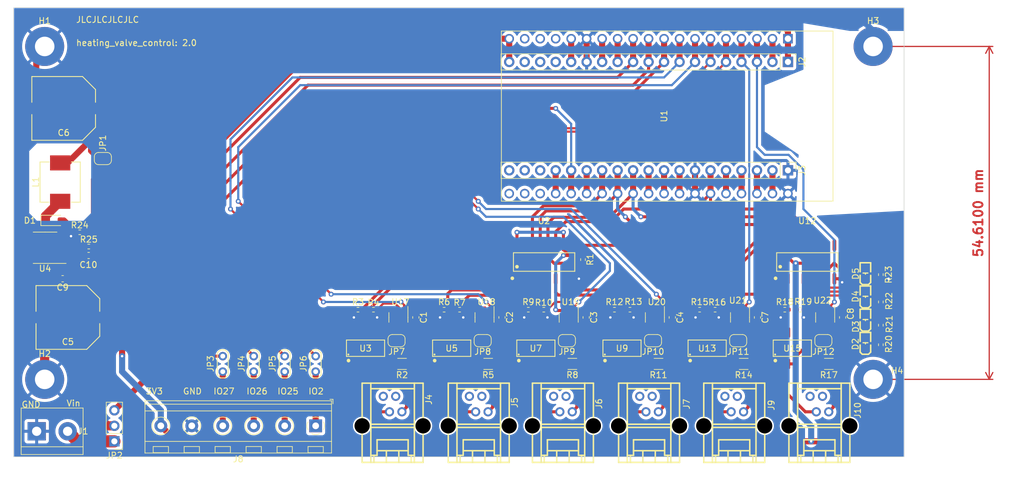
<source format=kicad_pcb>
(kicad_pcb (version 20221018) (generator pcbnew)
  (layers (0 "F.Cu" signal) (31 "B.Cu" signal) (34 "B.Paste" user) (35 "F.Paste" user) (36 "B.SilkS" user "B.Silkscreen") (37 "F.SilkS" user "F.Silkscreen") (38 "B.Mask" user) (39 "F.Mask" user) (44 "Edge.Cuts" user))
  (net 0 "")
  (net 1 "GND")
  (net 2 "/PSU/Vin")
  (net 3 "+3.3V")
  (net 4 "Net-(D1-K)")
  (net 5 "Net-(D2-A)")
  (net 6 "Net-(D2-K)")
  (net 7 "Net-(D3-A)")
  (net 8 "Net-(D3-K)")
  (net 9 "/EN")
  (net 10 "IO34")
  (net 11 "IO35")
  (net 12 "IO25")
  (net 13 "IO26")
  (net 14 "IO27")
  (net 15 "/IO14")
  (net 16 "/IO12")
  (net 17 "/IO13")
  (net 18 "Net-(D4-A)")
  (net 19 "Net-(D4-K)")
  (net 20 "Net-(D5-A)")
  (net 21 "V_USB")
  (net 22 "/IO23")
  (net 23 "/IO22")
  (net 24 "/TXD0")
  (net 25 "/RXD0")
  (net 26 "IO21")
  (net 27 "/IO19")
  (net 28 "/IO18")
  (net 29 "/IO5")
  (net 30 "IO17")
  (net 31 "IO16")
  (net 32 "IO4")
  (net 33 "/IO0")
  (net 34 "IO2")
  (net 35 "/IO15")
  (net 36 "Net-(D5-K)")
  (net 37 "Net-(J1-Pin_2)")
  (net 38 "IO32")
  (net 40 "IO33")
  (net 53 "/M1/P1")
  (net 54 "/M1/P2")
  (net 55 "/M2/P1")
  (net 56 "/M2/P2")
  (net 57 "/M3/P1")
  (net 58 "/M3/P2")
  (net 59 "/M4/P1")
  (net 60 "/M4/P2")
  (net 62 "IO36")
  (net 63 "IO39")
  (net 64 "/PSU/PS_3V3")
  (net 65 "Net-(U3-OB)")
  (net 66 "Net-(U3-OA)")
  (net 67 "Net-(U5-OB)")
  (net 68 "Net-(U5-OA)")
  (net 69 "Net-(U7-OB)")
  (net 70 "Net-(U7-OA)")
  (net 71 "Net-(U9-OB)")
  (net 72 "Net-(U9-OA)")
  (net 73 "Net-(J8-Pin_3)")
  (net 74 "Net-(J8-Pin_4)")
  (net 76 "Net-(U13-OA)")
  (net 78 "Net-(U13-OB)")
  (net 80 "Net-(U15-OA)")
  (net 82 "Net-(U15-OB)")
  (net 83 "Net-(JP7-B)")
  (net 84 "Net-(JP8-B)")
  (net 85 "Net-(JP9-B)")
  (net 86 "Net-(JP10-B)")
  (net 87 "Net-(JP11-B)")
  (net 88 "Net-(JP12-B)")
  (net 89 "/M6/P1")
  (net 90 "/M6/P2")
  (net 91 "/M5/P1")
  (net 92 "/M5/P2")
  (net 99 "Net-(U12-SER)")
  (net 101 "Net-(J8-Pin_1)")
  (net 102 "Net-(J8-Pin_2)")
  (net 103 "Net-(U4-FB)")
  (footprint "MountingHole:MountingHole_3.2mm_M3_Pad_TopBottom" (layer "F.Cu") (at 22.86 99.06)
    (fp_text reference "H2")
    (fp_text value "MountingHole_Pad")
  )
  (footprint "Package_TO_SOT_SMD:SOT-23-5" (layer "F.Cu") (at 108.82 88.9 -90)
    (fp_text reference "U19")
    (fp_text value "INA180A2")
  )
  (footprint "Resistor_SMD:R_1206_3216Metric_Pad1.30x1.75mm_HandSolder" (layer "F.Cu") (at 109.42 96.52 180)
    (fp_text reference "R8")
    (fp_text value "0.51")
  )
  (footprint "LCSC:SOP-8_L6.1-W3.9-P1.27-LS6.0-BL-1" (layer "F.Cu") (at 75.49 93.95)
    (fp_text reference "U3")
    (fp_text value "L9110S_C725793")
  )
  (footprint "Package_TO_SOT_SMD:SOT-23-5" (layer "F.Cu") (at 95.01 88.9 -90)
    (fp_text reference "U18")
    (fp_text value "INA180A2")
  )
  (footprint "Resistor_SMD:R_0402_1005Metric_Pad0.72x0.64mm_HandSolder" (layer "F.Cu") (at 30.094889 77.271371)
    (fp_text reference "R25")
    (fp_text value "1k7")
  )
  (footprint "Resistor_SMD:R_0402_1005Metric_Pad0.72x0.64mm_HandSolder" (layer "F.Cu") (at 132.8325 87.63)
    (fp_text reference "R16")
    (fp_text value "20k")
  )
  (footprint "my_lib:MODULE_ESP32-DEVKITC-32D" (layer "F.Cu") (at 125.02 55.88 -90)
    (fp_text reference "U1")
    (fp_text value "ESP32-DEVKITC-32D")
  )
  (footprint "Resistor_SMD:R_0402_1005Metric_Pad0.72x0.64mm_HandSolder" (layer "F.Cu") (at 118.8625 87.63)
    (fp_text reference "R13")
    (fp_text value "20k")
  )
  (footprint "LCSC:SOP-8_L6.1-W3.9-P1.27-LS6.0-BL-1" (layer "F.Cu") (at 131.53 93.95)
    (fp_text reference "U13")
    (fp_text value "L9110S_C725793")
  )
  (footprint "Jumper:SolderJumper-2_P1.3mm_Open_RoundedPad1.0x1.5mm" (layer "F.Cu") (at 94.71 92.71 180)
    (fp_text reference "JP8")
    (fp_text value "SolderJumper_2_Open")
  )
  (footprint "LCSC:SOIC-16_L9.9-W3.9-P1.27-LS6.0-BL" (layer "F.Cu") (at 147.96 79.81)
    (fp_text reference "U12")
    (fp_text value "SN74HC595DR")
  )
  (footprint "Resistor_SMD:R_0402_1005Metric_Pad0.72x0.64mm_HandSolder" (layer "F.Cu") (at 111.1625 79.4125 -90)
    (fp_text reference "R1")
    (fp_text value "20k")
  )
  (footprint "Capacitor_SMD:C_0603_1608Metric_Pad1.08x0.95mm_HandSolder" (layer "F.Cu") (at 25.8075 82.55 180)
    (fp_text reference "C9")
    (fp_text value "1u")
  )
  (footprint "LCSC:SOP-8_L6.1-W3.9-P1.27-LS6.0-BL-1" (layer "F.Cu") (at 89.62 93.95)
    (fp_text reference "U5")
    (fp_text value "L9110S_C725793")
  )
  (footprint "Resistor_SMD:R_0402_1005Metric_Pad0.72x0.64mm_HandSolder" (layer "F.Cu") (at 160.02 81.8775 90)
    (fp_text reference "R23")
    (fp_text value "40")
  )
  (footprint "Jumper:SolderJumper-2_P1.3mm_Bridged_RoundedPad1.0x1.5mm" (layer "F.Cu") (at 32.4 62.84)
    (fp_text reference "JP1")
    (fp_text value "SolderJumper_2_Bridged")
  )
  (footprint "Resistor_SMD:R_0402_1005Metric_Pad0.72x0.64mm_HandSolder" (layer "F.Cu") (at 74.2525 87.63 180)
    (fp_text reference "R3")
    (fp_text value "20k")
  )
  (footprint "LCSC:RJ11-TH_616-PCB-4P4C-90" (layer "F.Cu") (at 135.97 103.11 -90)
    (fp_text reference "J9")
    (fp_text value "4P4C")
  )
  (footprint "TestPoint:TestPoint_2Pads_Pitch2.54mm_Drill0.8mm" (layer "F.Cu") (at 57.15 97.79 90)
    (fp_text reference "JP4")
    (fp_text value "Jumper_2_Open")
  )
  (footprint "Package_TO_SOT_SMD:SOT-23-5" (layer "F.Cu") (at 122.95 88.9 -90)
    (fp_text reference "U20")
    (fp_text value "INA180A2")
  )
  (footprint "MountingHole:MountingHole_3.2mm_M3_Pad_TopBottom" (layer "F.Cu") (at 158.75 99.06)
    (fp_text reference "H4")
    (fp_text value "MountingHole_Pad")
  )
  (footprint "LCSC:SOIC-16_L9.9-W3.9-P1.27-LS6.0-BL" (layer "F.Cu") (at 104.78 79.81)
    (fp_text reference "U2")
    (fp_text value "SN74HC595DR")
  )
  (footprint "LCSC:LED0603-R-RD_WHITE" (layer "F.Cu") (at 157.48 93.13 90)
    (fp_text reference "D2")
    (fp_text value "LED")
  )
  (footprint "Package_TO_SOT_SMD:SOT-23-5" (layer "F.Cu") (at 136.92 88.9 -90)
    (fp_text reference "U21")
    (fp_text value "INA180A2")
  )
  (footprint "Capacitor_SMD:C_0603_1608Metric_Pad1.08x0.95mm_HandSolder" (layer "F.Cu") (at 125.81 88.9 90)
    (fp_text reference "C4")
    (fp_text value "100n")
  )
  (footprint "LCSC:CAP-SMD_BD10.0-L10.3-W10.3-LS11.3-FD" (layer "F.Cu") (at 25.98 54.61 180)
    (fp_text reference "C6")
    (fp_text value "390u")
  )
  (footprint "Capacitor_SMD:C_0603_1608Metric_Pad1.08x0.95mm_HandSolder" (layer "F.Cu") (at 153.75 88.9 90)
    (fp_text reference "C8")
    (fp_text value "100n")
  )
  (footprint "TerminalBlock_RND:TerminalBlock_RND_205-00236_1x06_P5.08mm_Horizontal" (layer "F.Cu") (at 67.31 106.68 180)
    (fp_text reference "J8")
    (fp_text value "Screw_Terminal_01x06")
  )
  (footprint "Resistor_SMD:R_0402_1005Metric_Pad0.72x0.64mm_HandSolder" (layer "F.Cu") (at 28.6125 74.93)
    (fp_text reference "R24")
    (fp_text value "1k")
  )
  (footprint "Resistor_SMD:R_0402_1005Metric_Pad0.72x0.64mm_HandSolder" (layer "F.Cu") (at 160.02 90.17 90)
    (fp_text reference "R21")
    (fp_text value "40")
  )
  (footprint "Connector_PinHeader_2.54mm:PinHeader_1x19_P2.54mm_Vertical" (layer "F.Cu") (at 144.78 46.99 -90)
    (fp_text reference "J2")
    (fp_text value "Conn_01x19")
  )
  (footprint "TerminalBlock:TerminalBlock_bornier-2_P5.08mm" (layer "F.Cu") (at 21.543924 107.575553)
    (fp_text reference "J1")
    (fp_text value "Screw_Terminal_01x02")
  )
  (footprint "Resistor_SMD:R_0402_1005Metric_Pad0.72x0.64mm_HandSolder" (layer "F.Cu") (at 160.02 93.3825 90)
    (fp_text reference "R20")
    (fp_text value "40")
  )
  (footprint "TestPoint:TestPoint_2Pads_Pitch2.54mm_Drill0.8mm" (layer "F.Cu") (at 67.31 97.79 90)
    (fp_text reference "JP6")
    (fp_text value "Jumper_2_Open")
  )
  (footprint "Resistor_SMD:R_0402_1005Metric_Pad0.72x0.64mm_HandSolder" (layer "F.Cu") (at 90.9225 87.63)
    (fp_text reference "R7")
    (fp_text value "20k")
  )
  (footprint "Capacitor_SMD:C_0603_1608Metric_Pad1.08x0.95mm_HandSolder" (layer "F.Cu") (at 111.68 88.9 90)
    (fp_text reference "C3")
    (fp_text value "100n")
  )
  (footprint "MountingHole:MountingHole_3.2mm_M3_Pad_TopBottom" (layer "F.Cu") (at 22.86 44.45)
    (fp_text reference "H1")
    (fp_text value "MountingHole_Pad")
  )
  (footprint "LCSC:SOP-8_L6.1-W3.9-P1.27-LS6.0-BL-1" (layer "F.Cu") (at 117.56 93.95)
    (fp_text reference "U9")
    (fp_text value "L9110S_C725793")
  )
  (footprint "LCSC:RJ11-TH_616-PCB-4P4C-90" (layer "F.Cu") (at 107.87 103.11 -90)
    (fp_text reference "J6")
    (fp_text value "4P4C")
  )
  (footprint "Capacitor_SMD:C_0603_1608Metric_Pad1.08x0.95mm_HandSolder" (layer "F.Cu") (at 30.0725 78.74)
    (fp_text reference "C10")
    (fp_text value "18n")
  )
  (footprint "Connector_PinHeader_2.54mm:PinHeader_1x19_P2.54mm_Vertical" (layer "F.Cu") (at 144.78 64.77 -90)
    (fp_text reference "J3")
    (fp_text value "Conn_01x19")
  )
  (footprint "Capacitor_SMD:C_0603_1608Metric_Pad1.08x0.95mm_HandSolder" (layer "F.Cu") (at 83.74 88.9 90)
    (fp_text reference "C1")
    (fp_text value "100n")
  )
  (footprint "MountingHole:MountingHole_3.2mm_M3_Pad_TopBottom" (layer "F.Cu") (at 158.75 44.45)
    (fp_text reference "H3")
    (fp_text value "MountingHole_Pad")
  )
  (footprint "Resistor_SMD:R_0402_1005Metric_Pad0.72x0.64mm_HandSolder" (layer "F.Cu") (at 104.7325 87.63)
    (fp_text reference "R10")
    (fp_text value "20k")
  )
  (footprint "Resistor_SMD:R_0402_1005Metric_Pad0.72x0.64mm_HandSolder" (layer "F.Cu") (at 146.8025 87.63)
    (fp_text reference "R19")
    (fp_text value "20k")
  )
  (footprint "Jumper:SolderJumper-2_P1.3mm_Open_RoundedPad1.0x1.5mm" (layer "F.Cu") (at 122.65 92.71 180)
    (fp_text reference "JP10")
    (fp_text value "SolderJumper_2_Open")
  )
  (footprint "Resistor_SMD:R_1206_3216Metric_Pad1.30x1.75mm_HandSolder" (layer "F.Cu") (at 95.61 96.52 180)
    (fp_text reference "R5")
    (fp_text value "0.51")
  )
  (footprint "TestPoint:TestPoint_2Pads_Pitch2.54mm_Drill0.8mm" (layer "F.Cu") (at 62.23 97.79 90)
    (fp_text reference "JP5")
    (fp_text value "Jumper_2_Open")
  )
  (footprint "Package_TO_SOT_SMD:SOT-23-5" (layer "F.Cu") (at 80.88 88.9 -90)
    (fp_text reference "U17")
    (fp_text value "INA180A2")
  )
  (footprint "Package_SO:SOIC-8_3.9x4.9mm_P1.27mm" (layer "F.Cu") (at 22.925 77.47 180)
    (fp_text reference "U4")
    (fp_text value "XL1509-ADJ")
  )
  (footprint "Resistor_SMD:R_0402_1005Metric_Pad0.72x0.64mm_HandSolder" (layer "F.Cu") (at 144.2625 87.63 180)
    (fp_text reference "R18")
    (fp_text value "20k")
  )
  (footprint "Resistor_SMD:R_0402_1005Metric_Pad0.72x0.64mm_HandSolder" (layer "F.Cu") (at 102.1925 87.63 180)
    (fp_text reference "R9")
    (fp_text value "20k")
  )
  (footprint "Connector_PinHeader_2.54mm:PinHeader_1x03_P2.54mm_Vertical" (layer "F.Cu") (at 34.29 109.22 180)
    (fp_text reference "JP2")
    (fp_text value "Jumper_3_Bridged12")
  )
  (footprint "Jumper:SolderJumper-2_P1.3mm_Open_RoundedPad1.0x1.5mm" (layer "F.Cu") (at 80.58 92.71 180)
    (fp_text reference "JP7")
    (fp_text value "SolderJumper_2_Open")
  )
  (footprint "Resistor_SMD:R_0402_1005Metric_Pad0.72x0.64mm_HandSolder" (layer "F.Cu") (at 76.7925 87.63)
    (fp_text reference "R4")
    (fp_text value "20k")
  )
  (footprint "Resistor_SMD:R_1206_3216Metric_Pad1.30x1.75mm_HandSolder" (layer "F.Cu") (at 151.49 96.52 180)
    (fp_text reference "R17")
    (fp_text value "0.51")
  )
  (footprint "LCSC:RJ11-TH_616-PCB-4P4C-90" (layer "F.Cu") (at 149.94 103.11 -90)
    (fp_text reference "J10")
    (fp_text value "4P4C")
  )
  (footprint "LCSC:LED0603-R-RD_WHITE" (layer "F.Cu") (at 157.48 89.32 90)
    (fp_text reference "D3")
    (fp_text value "LED")
  )
  (footprint "LCSC:SOP-8_L6.1-W3.9-P1.27-LS6.0-BL-1" (layer "F.Cu") (at 103.43 93.95)
    (fp_text reference "U7")
    (fp_text value "L9110S_C725793")
  )
  (footprint "Jumper:SolderJumper-2_P1.3mm_Open_RoundedPad1.0x1.5mm" (layer "F.Cu") (at 136.62 92.71 180)
    (fp_text reference "JP11")
    (fp_text value "SolderJumper_2_Open")
  )
  (footprint "Resistor_SMD:R_1206_3216Metric_Pad1.30x1.75mm_HandSolder" (layer "F.Cu") (at 81.48 96.52 180)
    (fp_text reference "R2")
    (fp_text value "0.51")
  )
  (footprint "Jumper:SolderJumper-2_P1.3mm_Open_RoundedPad1.0x1.5mm" (layer "F.Cu") (at 150.59 92.71 180)
    (fp_text reference "JP12")
    (fp_text value "SolderJumper_2_Open")
  )
  (footprint "Capacitor_SMD:C_0603_1608Metric_Pad1.08x0.95mm_HandSolder" (layer "F.Cu") (at 139.78 88.9 90)
    (fp_text reference "C7")
    (fp_text value "100n")
  )
  (footprint "LCSC:CAP-SMD_BD10.0-L10.3-W10.3-LS11.3-FD" (layer "F.Cu") (at 26.67 88.9 180)
    (fp_text reference "C5")
    (fp_text value "470u")
  )
  (footprint "LCSC:RJ11-TH_616-PCB-4P4C-90" (layer "F.Cu") (at 94.06 103.11 -90)
    (fp_text reference "J5")
    (fp_text value "4P4C")
  )
  (footprint "Package_TO_SOT_SMD:SOT-23-5" (layer "F.Cu") (at 150.89 88.9 -90)
    (fp_text reference "U22")
    (fp_text value "INA180A2")
  )
  (footprint "LCSC:LED0603-R-RD_WHITE" (layer "F.Cu") (at 157.48 85.51 90)
    (fp_text reference "D4")
    (fp_text value "LED")
  )
  (footprint "TestPoint:TestPoint_2Pads_Pitch2.54mm_Drill0.8mm" (layer "F.Cu") (at 52.07 97.79 90)
    (fp_text reference "JP3")
    (fp_text value "Jumper_2_Open")
  )
  (footprint "Resistor_SMD:R_1206_3216Metric_Pad1.30x1.75mm_HandSolder" (layer "F.Cu") (at 123.55 96.52 180)
    (fp_text reference "R11")
    (fp_text value "0.51")
  )
  (footprint "Resistor_SMD:R_0402_1005Metric_Pad0.72x0.64mm_HandSolder" (layer "F.Cu") (at 88.3825 87.63 180)
    (fp_text reference "R6")
    (fp_text value "20k")
  )
  (footprint "Diode_SMD:D_SOD-323_HandSoldering" (layer "F.Cu") (at 24.237093 72.993304)
    (fp_text reference "D1")
    (fp_text value "1n5819")
  )
  (footprint "Resistor_SMD:R_1206_3216Metric_Pad1.30x1.75mm_HandSolder" (layer "F.Cu") (at 137.52 96.52 180)
    (fp_text reference "R14")
    (fp_text value "0.51")
  )
  (footprint "LCSC:RJ11-TH_616-PCB-4P4C-90" (layer "F.Cu") (at 122 103.11 -90)
    (fp_text reference "J7")
    (fp_text value "4P4C")
  )
  (footprint "LCSC:IND-SMD_L7.1-W6.6" (layer "F.Cu") (at 25.4 66.7 90)
    (fp_text reference "L1")
    (fp_text value "47u")
  )
  (footprint "LCSC:SOP-8_L6.1-W3.9-P1.27-LS6.0-BL-1" (layer "F.Cu") (at 145.5 93.95)
    (fp_text reference "U15")
    (fp_text value "L9110S_C725793")
  )
  (footprint "Jumper:SolderJumper-2_P1.3mm_Open_RoundedPad1.0x1.5mm" (layer "F.Cu") (at 108.52 92.71 180)
    (fp_text reference "JP9")
    (fp_text value "SolderJumper_2_Open")
  )
  (footprint "LCSC:RJ11-TH_616-PCB-4P4C-90" (layer "F.Cu") (at 79.93 103.11 -90)
    (fp_text reference "J4")
    (fp_text value "4P4C")
  )
  (footprint "LCSC:LED0603-R-RD_WHITE" (layer "F.Cu") (at 157.48 81.7 90)
    (fp_text reference "D5")
    (fp_text value "LED")
  )
  (footprint "Resistor_SMD:R_0402_1005Metric_Pad0.72x0.64mm_HandSolder" (layer "F.Cu") (at 160.02 86.36 90)
    (fp_text reference "R22")
    (fp_text value "40")
  )
  (footprint "Capacitor_SMD:C_0603_1608Metric_Pad1.08x0.95mm_HandSolder" (layer "F.Cu") (at 97.87 88.9 90)
    (fp_text reference "C2")
    (fp_text value "100n")
  )
  (footprint "Resistor_SMD:R_0402_1005Metric_Pad0.72x0.64mm_HandSolder" (layer "F.Cu") (at 116.3225 87.63 180)
    (fp_text reference "R12")
    (fp_text value "20k")
  )
  (footprint "Resistor_SMD:R_0402_1005Metric_Pad0.72x0.64mm_HandSolder" (layer "F.Cu") (at 130.2925 87.63 180)
    (fp_text reference "R15")
    (fp_text value "20k")
  )
  (gr_rect (start 17.78 38.1) (end 163.83 111.76) (stroke (width 0.1)) (fill none) (layer "Edge.Cuts"))
  (gr_text "GND" (at 45.473095 101.6) (layer "F.SilkS") (effects (font (size 1 1)) (justify left bottom)))
  (gr_text "IO25" (at 60.96 101.6) (layer "F.SilkS") (effects (font (size 1 1)) (justify left bottom)))
  (gr_text "IO27" (at 50.459826 101.6) (layer "F.SilkS") (effects (font (size 1 1)) (justify left bottom)))
  (gr_text "IO2" (at 66.04 101.6) (layer "F.SilkS") (effects (font (size 1 1)) (justify left bottom)))
  (gr_text "3V3" (at 39.37 101.6) (layer "F.SilkS") (effects (font (size 1 1)) (justify left bottom)))
  (gr_text "Vin" (at 26.365523 103.563987) (layer "F.SilkS") (effects (font (size 1 1)) (justify left bottom)))
  (gr_text "IO26" (at 55.88 101.6) (layer "F.SilkS") (effects (font (size 1 1)) (justify left bottom)))
  (gr_text "GND" (at 19.003924 103.765553) (layer "F.SilkS") (effects (font (size 1 1)) (justify left bottom)))
  (gr_text "JLCJLCJLCJLC" (at 27.94 40.64) (layer "F.SilkS") (effects (font (size 1 1)) (justify left bottom)))
  (gr_text "heating_valve_control: 2.0" (at 27.94 44.45) (layer "F.SilkS") (effects (font (size 1 1)) (justify left bottom)))
  (dimension (type aligned) (layer "F.Cu") (pts (xy 158.75 99.06) (xy 158.75 44.45)) (height 19.05) (gr_text "54.6100 mm" (at 176 71.755 90) (layer "F.Cu") (effects (font (size 1.5 1.5) (thickness 0.3)))) (format (prefix "") (suffix "") (units 3) (units_format 1) (precision 4)) (style (thickness 0.2) (arrow_length 1.27) (text_position_mode 0) (extension_height 0.58642) (extension_offset 0.5) keep_text_aligned))
  (segment (start 125.81 88.0375) (end 128.7575 88.0375) (width 0.5) (layer "F.Cu") (net 1))
  (segment (start 20.45 78.74) (end 20.45 79.375) (width 1.5) (layer "F.Cu") (net 1))
  (segment (start 73.58 88.9) (end 73.58 91.38) (width 0.5) (layer "F.Cu") (net 1))
  (segment (start 97.87 88.0375) (end 97.4625 88.0375) (width 0.35) (layer "F.Cu") (net 1))
  (segment (start 109.22 82.55) (end 110.49 82.55) (width 0.5) (layer "F.Cu") (net 1))
  (segment (start 153.75 88.0375) (end 153.3425 88.0375) (width 0.35) (layer "F.Cu") (net 1))
  (segment (start 150.348883 86.625) (end 150.89 87.166117) (width 0.35) (layer "F.Cu") (net 1))
  (segment (start 108.82 87.166117) (end 108.82 87.7625) (width 0.35) (layer "F.Cu") (net 1))
  (segment (start 87.71 87.705) (end 87.71 88.9) (width 0.5) (layer "F.Cu") (net 1))
  (segment (start 136.219949 86.36) (end 134.7 86.36) (width 0.5) (layer "F.Cu") (net 1))
  (segment (start 123.460355 88.9) (end 122.95 88.389645) (width 0.35) (layer "F.Cu") (net 1))
  (segment (start 147.41 88.91) (end 147.41 91.38) (width 0.35) (layer "F.Cu") (net 1))
  (segment (start 133.43 88.9) (end 133.44 88.91) (width 0.5) (layer "F.Cu") (net 1))
  (segment (start 105.34 88.91) (end 105.34 91.38) (width 0.5) (layer "F.Cu") (net 1))
  (segment (start 108.82 88.389645) (end 108.82 87.7625) (width 0.35) (layer "F.Cu") (net 1))
  (segment (start 110.41 88.9) (end 109.330355 88.9) (width 0.35) (layer "F.Cu") (net 1))
  (segment (start 136.92 87.060051) (end 136.219949 86.36) (width 0.5) (layer "F.Cu") (net 1))
  (segment (start 153.0845 82.55) (end 153.67 83.1355) (width 0.5) (layer "F.Cu") (net 1))
  (segment (start 105.34 88.89) (end 105.33 88.9) (width 0.35) (layer "F.Cu") (net 1))
  (segment (start 125.81 88.0375) (end 125.4025 88.0375) (width 0.35) (layer "F.Cu") (net 1))
  (segment (start 91.53 88.91) (end 91.53 91.38) (width 0.5) (layer "F.Cu") (net 1))
  (segment (start 160.02 93.98) (end 160.628579 93.98) (width 0.35) (layer "F.Cu") (net 1))
  (segment (start 133.44 88.91) (end 133.44 91.38) (width 0.5) (layer "F.Cu") (net 1))
  (segment (start 97.87 88.0375) (end 100.6575 88.0375) (width 0.5) (layer "F.Cu") (net 1))
  (segment (start 20.45 87.18) (end 22.17 88.9) (width 1.5) (layer "F.Cu") (net 1))
  (segment (start 143.59 88.9) (end 143.59 91.38) (width 0.35) (layer "F.Cu") (net 1))
  (segment (start 161.29 86.36) (end 161.29 90.17) (width 0.35) (layer "F.Cu") (net 1))
  (segment (start 147.41 87.64) (end 147.41 88.89) (width 0.35) (layer "F.Cu") (net 1))
  (segment (start 111.68 88.0375) (end 114.7875 88.0375) (width 0.5) (layer "F.Cu") (net 1))
  (segment (start 160.6925 90.7675) (end 161.29 90.17) (width 0.35) (layer "F.Cu") (net 1))
  (segment (start 95.520355 88.9) (end 95.01 88.389645) (width 0.35) (layer "F.Cu") (net 1))
  (segment (start 133.44 87.64) (end 133.44 88.89) (width 0.5) (layer "F.Cu") (net 1))
  (segment (start 108.013883 86.36) (end 108.82 87.166117) (width 0.35) (layer "F.Cu") (net 1))
  (segment (start 101.52 88.9) (end 101.52 91.38) (width 0.5) (layer "F.Cu") (net 1))
  (segment (start 22.86 89.59) (end 22.17 88.9) (width 1.5) (layer "F.Cu") (net 1))
  (segment (start 25.487093 72.993304) (end 26.003304 72.993304) (width 0.5) (layer "F.Cu") (net 1))
  (segment (start 77.4 87.64) (end 77.4 88.89) (width 0.5) (layer "F.Cu") (net 1))
  (segment (start 161.29 93.318579) (end 161.29 96.52) (width 0.35) (layer "F.Cu") (net 1))
  (segment (start 137.430355 88.9) (end 136.92 88.389645) (width 0.35) (layer "F.Cu") (net 1))
  (segment (start 87.71 88.9) (end 87.71 91.38) (width 0.5) (layer "F.Cu") (net 1))
  (segment (start 77.39 88.9) (end 77.4 88.91) (width 0.35) (layer "F.Cu") (net 1))
  (segment (start 134.7 86.36) (end 133.43 87.63) (width 0.5) (layer "F.Cu") (net 1))
  (segment (start 147.4 87.63) (end 148.405 86.625) (width 0.35) (layer "F.Cu") (net 1))
  (segment (start 109.330355 88.9) (end 108.82 88.389645) (width 0.35) (layer "F.Cu") (net 1))
  (segment (start 83.74 88.0375) (end 83.3325 88.0375) (width 0.35) (layer "F.Cu") (net 1))
  (segment (start 91.53 87.64) (end 91.53 88.89) (width 0.5) (layer "F.Cu") (net 1))
  (segment (start 20.45 75.565) (end 20.45 78.74) (width 1.5) (layer "F.Cu") (net 1))
  (segment (start 147.4 88.9) (end 147.41 88.91) (width 0.35) (layer "F.Cu") (net 1))
  (segment (start 77.39 87.63) (end 78.395 86.625) (width 0.35) (layer "F.Cu") (net 1))
  (segment (start 101.52 87.705) (end 101.52 88.9) (width 0.5) (layer "F.Cu") (net 1))
  (segment (start 151.400355 88.9) (end 150.89 88.389645) (width 0.35) (layer "F.Cu") (net 1))
  (segment (start 133.44 88.89) (end 133.43 88.9) (width 0.35) (layer "F.Cu") (net 1))
  (segment (start 111.68 88.0375) (end 111.2725 88.0375) (width 0.35) (layer "F.Cu") (net 1))
  (segment (start 153.3425 88.0375) (end 152.48 88.9) (width 0.35) (layer "F.Cu") (net 1))
  (segment (start 119.46 88.9) (end 119.47 88.91) (width 0.35) (layer "F.Cu") (net 1))
  (segment (start 150.89 87.166117) (end 150.89 87.7625) (width 0.35) (layer "F.Cu") (net 1))
  (segment (start 138.51 88.9) (end 137.430355 88.9) (width 0.35) (layer "F.Cu") (net 1))
  (segment (start 119.47 88.91) (end 119.47 91.38) (width 0.5) (layer "F.Cu") (net 1))
  (segment (start 111.2725 88.0375) (end 110.41 88.9) (width 0.35) (layer "F.Cu") (net 1))
  (segment (start 100.6575 88.0375) (end 101.52 88.9) (width 0.5) (layer "F.Cu") (net 1))
  (segment (start 81.390355 88.9) (end 80.88 88.389645) (width 0.35) (layer "F.Cu") (net 1))
  (segment (start 91.53 88.89) (end 91.52 88.9) (width 0.35) (layer "F.Cu") (net 1))
  (segment (start 129.62 87.705) (end 129.62 88.9) (width 0.5) (layer "F.Cu") (net 1))
  (segment (start 160.02 86.9575) (end 160.6925 86.9575) (width 0.35) (layer "F.Cu") (net 1))
  (segment (start 122.95 87.166117) (end 122.143883 86.36) (width 0.35) (layer "F.Cu") (net 1))
  (segment (start 125.4025 88.0375) (end 124.54 88.9) (width 0.35) (layer "F.Cu") (net 1))
  (segment (start 129.54 64.77) (end 129.54 68.58) (width 1) (layer "F.Cu") (net 1))
  (segment (start 139.3725 88.0375) (end 138.51 88.9) (width 0.35) (layer "F.Cu") (net 1))
  (segment (start 77.4 88.91) (end 77.4 91.38) (width 0.5) (layer "F.Cu") (net 1))
  (segment (start 129.62 88.9) (end 129.62 91.38) (width 0.5) (layer "F.Cu") (net 1))
  (segment (start 124.54 88.9) (end 123.460355 88.9) (width 0.35) (layer "F.Cu") (net 1))
  (segment (start 22.86 99.06) (end 22.86 89.59) (width 1.5) (layer "F.Cu") (net 1))
  (segment (start 20.45 82.55) (end 20.45 87.18) (width 1.5) (layer "F.Cu") (net 1))
  (segment (start 80.338883 86.625) (end 80.88 87.166117) (width 0.35) (layer "F.Cu") (net 1))
  (segment (start 27.94 74.804125) (end 27.177524 75.566601) (width 0.5) (layer "F.Cu") (net 1))
  (segment (start 161.29 96.52) (end 158.75 99.06) (width 0.35) (layer "F.Cu") (net 1))
  (segment (start 20.45 82.55) (end 20.45 78.74) (width 1.5) (layer "F.Cu") (net 1))
  (segment (start 148.405 86.625) (end 150.348883 86.625) (width 0.35) (layer "F.Cu") (net 1))
  (segment (start 152.4 82.55) (end 153.0845 82.55) (width 0.5) (layer "F.Cu") (net 1))
  (segment (start 152.48 88.9) (end 151.400355 88.9) (width 0.35) (layer "F.Cu") (net 1))
  (segment (start 105.33 87.63) (end 106.6 86.36) (width 0.35) (layer "F.Cu") (net 1))
  (segment (start 136.92 87.7625) (end 136.92 87.060051) (width 0.5) (layer "F.Cu") (net 1))
  (segment (start 114.7875 88.0375) (end 115.65 88.9) (width 0.5) (layer "F.Cu") (net 1))
  (segment (start 160.02 90.7675) (end 160.6925 90.7675) (width 0.35) (layer "F.Cu") (net 1))
  (segment (start 80.88 87.166117) (end 80.88 87.7625) (width 0.35) (layer "F.Cu") (net 1))
  (segment (start 147.41 88.89) (end 147.4 88.9) (width 0.35) (layer "F.Cu") (net 1))
  (segment (start 86.8475 88.0375) (end 87.71 88.9) (width 0.5) (layer "F.Cu") (net 1))
  (segment (start 73.58 87.705) (end 73.58 88.9) (width 0.5) (layer "F.Cu") (net 1))
  (segment (start 115.65 87.705) (end 115.65 88.9) (width 0.5) (layer "F.Cu") (net 1))
  (segment (start 120.73 86.36) (end 119.46 87.63) (width 0.35) (layer "F.Cu") (net 1))
  (segment (start 115.65 88.9) (end 115.65 91.38) (width 0.5) (layer "F.Cu") (net 1))
  (segment (start 106.6 86.36) (end 108.013883 86.36) (width 0.35) (layer "F.Cu") (net 1))
  (segment (start 83.3325 88.0375) (end 82.47 88.9) (width 0.35) (layer "F.Cu") (net 1))
  (segment (start 105.34 87.64) (end 105.34 88.89) (width 0.5) (layer "F.Cu") (net 1))
  (segment (start 96.6 88.9) (end 95.520355 88.9) (width 0.35) (layer "F.Cu") (net 1))
  (segment (start 119.47 87.64) (end 119.47 88.89) (width 0.5) (layer "F.Cu") (net 1))
  (segment (start 95.01 88.389645) (end 95.01 87.7625) (width 0.35) (layer "F.Cu") (net 1))
  (segment (start 25.4 75.565) (end 27.175923 75.565) (width 1) (layer "F.Cu") (net 1))
  (segment (start 139.78 88.0375) (end 139.3725 88.0375) (width 0.35) (layer "F.Cu") (net 1))
  (segment (start 136.92 88.389645) (end 136.92 87.7625) (width 0.35) (layer "F.Cu") (net 1))
  (segment (start 105.33 88.9) (end 105.34 88.91) (width 0.35) (layer "F.Cu") (net 1))
  (segment (start 97.4625 88.0375) (end 96.6 88.9) (width 0.35) (layer "F.Cu") (net 1))
  (segment (start 161.29 82.55) (end 161.29 86.36) (width 0.35) (layer "F.Cu") (net 1))
  (segment (start 26.003304 72.993304) (end 27.177524 74.167524) (width 1) (layer "F.Cu") (net 1))
  (segment (start 143.59 87.705) (end 143.59 88.9) (width 0.35) (layer "F.Cu") (net 1))
  (segment (start 122.95 87.7625) (end 122.95 87.166117) (width 0.35) (layer "F.Cu") (net 1))
  (segment (start 27.177524 74.167524) (end 27.177524 75.566601) (width 1) (layer "F.Cu") (net 1))
  (segment (start 160.628579 93.98) (end 161.29 93.318579) (width 0.35) (layer "F.Cu") (net 1))
  (segment (start 111.76 46.99) (end 111.76 43.18) (width 1) (layer "F.Cu") (net 1))
  (segment (start 21.48 54.61) (end 21.48 45.83) (width 1) (layer "F.Cu") (net 1))
  (segment (start 24.945 82.55) (end 20.45 82.55) (width 1) (layer "F.Cu") (net 1))
  (segment (start 77.4 88.89) (end 77.39 88.9) (width 0.35) (layer "F.Cu") (net 1))
  (segment (start 150.89 88.389645) (end 150.89 87.7625) (width 0.35) (layer "F.Cu") (net 1))
  (segment (start 160.6925 86.9575) (end 161.29 86.36) (width 0.35) (layer "F.Cu") (net 1))
  (segment (start 82.47 88.9) (end 81.390355 88.9) (width 0.35) (layer "F.Cu") (net 1))
  (segment (start 128.7575 88.0375) (end 129.62 88.9) (width 0.5) (layer "F.Cu") (net 1))
  (segment (start 122.95 88.389645) (end 122.95 87.7625) (width 0.35) (layer "F.Cu") (net 1))
  (segment (start 78.395 86.625) (end 80.338883 86.625) (width 0.35) (layer "F.Cu") (net 1))
  (segment (start 27.175923 75.565) (end 27.177524 75.566601) (width 1) (layer "F.Cu") (net 1))
  (segment (start 161.29 90.17) (end 161.29 93.318579) (width 0.35) (layer "F.Cu") (net 1))
  (segment (start 91.52 88.9) (end 91.53 88.91) (width 0.35) (layer "F.Cu") (net 1))
  (segment (start 80.88 88.389645) (end 80.88 87.7625) (width 0.35) (layer "F.Cu") (net 1))
  (segment (start 160.02 82.55) (end 161.29 82.55) (width 0.35) (layer "F.Cu") (net 1))
  (segment (start 83.74 88.0375) (end 86.8475 88.0375) (width 0.5) (layer "F.Cu") (net 1))
  (segment (start 119.47 88.89) (end 119.46 88.9) (width 0.35) (layer "F.Cu") (net 1))
  (segment (start 122.143883 86.36) (end 120.73 86.36) (width 0.35) (layer "F.Cu") (net 1))
  (via (at 161.29 82.55) (size 0.8) (drill 0.4) (layers "F.Cu" "B.Cu") (net 1))
  (via (at 77.39 88.9) (size 0.8) (drill 0.4) (layers "F.Cu" "B.Cu") (net 1))
  (via (at 147.4 88.9) (size 0.8) (drill 0.4) (layers "F.Cu" "B.Cu") (net 1))
  (via (at 143.59 88.9) (size 0.8) (drill 0.4) (layers "F.Cu" "B.Cu") (net 1))
  (via (at 153.67 83.1355) (size 0.8) (drill 0.4) (layers "F.Cu" "B.Cu") (net 1))
  (via (at 110.49 82.55) (size 0.8) (drill 0.4) (layers "F.Cu" "B.Cu") (net 1))
  (via (at 87.71 88.9) (size 0.8) (drill 0.4) (layers "F.Cu" "B.Cu") (net 1))
  (via (at 73.58 88.9) (size 0.8) (drill 0.4) (layers "F.Cu" "B.Cu") (net 1))
  (via (at 133.43 88.9) (size 0.8) (drill 0.4) (layers "F.Cu" "B.Cu") (net 1))
  (via (at 129.62 88.9) (size 0.8) (drill 0.4) (layers "F.Cu" "B.Cu") (net 1))
  (via (at 101.52 88.9) (size 0.8) (drill 0.4) (layers "F.Cu" "B.Cu") (net 1))
  (via (at 91.52 88.9) (size 0.8) (drill 0.4) (layers "F.Cu" "B.Cu") (net 1))
  (via (at 105.33 88.9) (size 0.8) (drill 0.4) (layers "F.Cu" "B.Cu") (net 1))
  (via (at 27.177524 75.566601) (size 0.8) (drill 0.4) (layers "F.Cu" "B.Cu") (net 1))
  (via (at 119.46 88.9) (size 0.8) (drill 0.4) (layers "F.Cu" "B.Cu") (net 1))
  (via (at 115.65 88.9) (size 0.8) (drill 0.4) (layers "F.Cu" "B.Cu") (net 1))
  (segment (start 158.75 41.91) (end 156.21 39.37) (width 1) (layer "B.Cu") (net 1))
  (segment (start 26.67 82.55) (end 31.17 87.05) (width 1) (layer "F.Cu") (net 2))
  (segment (start 26.67 80.645) (end 26.67 82.55) (width 1) (layer "F.Cu") (net 2))
  (segment (start 31.17 87.05) (end 31.17 88.9) (width 1) (layer "F.Cu") (net 2))
  (segment (start 25.4 79.375) (end 26.67 80.645) (width 1) (layer "F.Cu") (net 2))
  (segment (start 31.17 104.762081) (end 33.087919 106.68) (width 1.5) (layer "F.Cu") (net 2))
  (segment (start 31.17 88.9) (end 31.17 104.762081) (width 1.5) (layer "F.Cu") (net 2))
  (segment (start 33.087919 106.68) (end 34.29 106.68) (width 1.5) (layer "F.Cu") (net 2))
  (segment (start 81.608617 90.0375) (end 79.93 88.358883) (width 0.35) (layer "F.Cu") (net 3))
  (segment (start 151.84 90.0375) (end 151.618617 90.0375) (width 0.35) (layer "F.Cu") (net 3))
  (segment (start 109.01 78.815) (end 108.935 78.74) (width 0.5) (layer "F.Cu") (net 3))
  (segment (start 138.43 109.22) (end 148.59 109.22) (width 1) (layer "F.Cu") (net 3))
  (segment (start 148.59 109.22) (end 158.75 109.22) (width 1) (layer "F.Cu") (net 3))
  (segment (start 107.95 77.07) (end 107.95 74.93) (width 0.5) (layer "F.Cu") (net 3))
  (segment (start 109.17 90.6375) (end 109.77 90.0375) (width 0.5) (layer "F.Cu") (net 3))
  (segment (start 137.27 92.71) (end 137.27 90.6375) (width 0.5) (layer "F.Cu") (net 3))
  (segment (start 60.27 40.64) (end 35.56 65.35) (width 1) (layer "F.Cu") (net 3))
  (segment (start 125.1 108.58) (end 124.46 109.22) (width 0.5) (layer "F.Cu") (net 3))
  (segment (start 137.87 90.0375) (end 137.648617 90.0375) (width 0.35) (layer "F.Cu") (net 3))
  (segment (start 151.24 94.72) (end 153.04 96.52) (width 0.5) (layer "F.Cu") (net 3))
  (segment (start 151.24 92.71) (end 151.24 94.72) (width 0.5) (layer "F.Cu") (net 3))
  (segment (start 144.78 46.99) (end 144.78 43.18) (width 1) (layer "F.Cu") (net 3))
  (segment (start 82.8775 89.7625) (end 83.74 89.7625) (width 0.5) (layer "F.Cu") (net 3))
  (segment (start 107.87 87.7625) (end 106.8125 87.7625) (width 0.5) (layer "F.Cu") (net 3))
  (segment (start 124.6725 90.0375) (end 124.9475 89.7625) (width 0.5) (layer "F.Cu") (net 3))
  (segment (start 96.52 109.22) (end 110.49 109.22) (width 1) (layer "F.Cu") (net 3))
  (segment (start 146.05 80.01) (end 145.765 80.01) (width 0.5) (layer "F.Cu") (net 3))
  (segment (start 95.738617 90.0375) (end 94.06 88.358883) (width 0.35) (layer "F.Cu") (net 3))
  (segment (start 110.97 96.52) (end 110.97 108.74) (width 0.5) (layer "F.Cu") (net 3))
  (segment (start 111.1625 78.815) (end 109.01 78.815) (width 0.5) (layer "F.Cu") (net 3))
  (segment (start 83.03 96.52) (end 83.03 108.74) (width 0.5) (layer "F.Cu") (net 3))
  (segment (start 137.27 92.71) (end 137.27 94.72) (width 0.5) (layer "F.Cu") (net 3))
  (segment (start 124.9475 89.7625) (end 125.81 89.7625) (width 0.5) (layer "F.Cu") (net 3))
  (segment (start 123.3 90.6375) (end 123.9 90.0375) (width 0.5) (layer "F.Cu") (net 3))
  (segment (start 137.648617 90.0375) (end 135.97 88.358883) (width 0.35) (layer "F.Cu") (net 3))
  (segment (start 107.87 88.358883) (end 107.87 87.7625) (width 0.35) (layer "F.Cu") (net 3))
  (segment (start 81.23 94.72) (end 83.03 96.52) (width 0.5) (layer "F.Cu") (net 3))
  (segment (start 95.36 90.6375) (end 95.96 90.0375) (width 0.5) (layer "F.Cu") (net 3))
  (segment (start 108.935 78.74) (end 107.95 78.74) (width 0.5) (layer "F.Cu") (net 3))
  (segment (start 44.45 109.22) (end 82.55 109.22) (width 1) (layer "F.Cu") (net 3))
  (segment (start 124.46 109.22) (end 138.43 109.22) (width 1) (layer "F.Cu") (net 3))
  (segment (start 139.07 96.52) (end 139.07 108.58) (width 0.5) (layer "F.Cu") (net 3))
  (segment (start 149.94 88.358883) (end 149.94 87.7625) (width 0.35) (layer "F.Cu") (net 3))
  (segment (start 95.36 92.71) (end 95.36 90.6375) (width 0.5) (layer "F.Cu") (net 3))
  (segment (start 81.23 92.71) (end 81.23 94.72) (width 0.5) (layer "F.Cu") (net 3))
  (segment (start 110.5425 90.0375) (end 110.8175 89.7625) (width 0.5) (layer "F.Cu") (net 3))
  (segment (start 109.17 94.72) (end 110.97 96.52) (width 0.5) (layer "F.Cu") (net 3))
  (segment (start 138.6425 90.0375) (end 138.9175 89.7625) (width 0.5) (layer "F.Cu") (net 3))
  (segment (start 100.33 77.07) (end 100.33 74.93) (width 0.5) (layer "F.Cu") (net 3))
  (segment (start 96.7325 90.0375) (end 97.0075 89.7625) (width 0.5) (layer "F.Cu") (net 3))
  (segment (start 153.04 99.7) (end 153.04 96.52) (width 0.5) (layer "F.Cu") (net 3))
  (segment (start 95.36 94.72) (end 97.16 96.52) (width 0.5) (layer "F.Cu") (net 3))
  (segment (start 152.6125 90.0375) (end 152.8875 89.7625) (width 0.5) (layer "F.Cu") (net 3))
  (segment (start 81.23 92.71) (end 81.23 90.6375) (width 0.5) (layer "F.Cu") (net 3))
  (segment (start 110.8175 89.7625) (end 111.68 89.7625) (width 0.5) (layer "F.Cu") (net 3))
  (segment (start 33.05 62.84) (end 35.56 65.35) (width 1) (layer "F.Cu") (net 3))
  (segment (start 123.3 94.72) (end 125.1 96.52) (width 0.5) (layer "F.Cu") (net 3))
  (segment (start 123.678617 90.0375) (end 122 88.358883) (width 0.35) (layer "F.Cu") (net 3))
  (segment (start 81.23 90.6375) (end 81.83 90.0375) (width 0.5) (layer "F.Cu") (net 3))
  (segment (start 137.27 90.6375) (end 137.87 90.0375) (width 0.5) (layer "F.Cu") (net 3))
  (segment (start 139.07 108.58) (end 138.43 109.22) (width 0.5) (layer "F.Cu") (net 3))
  (segment (start 95.36 92.71) (end 95.36 94.72) (width 0.5) (layer "F.Cu") (net 3))
  (segment (start 81.83 90.0375) (end 82.6025 90.0375) (width 0.5) (layer "F.Cu") (net 3))
  (segment (start 144.78 43.18) (end 144.78 41.91) (width 1) (layer "F.Cu") (net 3))
  (segment (start 137.87 90.0375) (end 138.6425 90.0375) (width 0.5) (layer "F.Cu") (net 3))
  (segment (start 122 88.358883) (end 122 87.7625) (width 0.35) (layer "F.Cu") (net 3))
  (segment (start 82.6025 90.0375) (end 82.8775 89.7625) (width 0.5) (layer "F.Cu") (net 3))
  (segment (start 109.548617 90.0375) (end 107.87 88.358883) (width 0.35) (layer "F.Cu") (net 3))
  (segment (start 123.3 92.71) (end 123.3 94.72) (width 0.5) (layer "F.Cu") (net 3))
  (segment (start 97.16 96.52) (end 97.16 108.58) (width 0.5) (layer "F.Cu") (net 3))
  (segment (start 143.51 40.64) (end 60.27 40.64) (width 1) (layer "F.Cu") (net 3))
  (segment (start 148.875 80.01) (end 151.13 77.755) (width 0.5) (layer "F.Cu") (net 3))
  (segment (start 110.49 109.22) (end 124.46 109.22) (width 1) (layer "F.Cu") (net 3))
  (segment (start 138.9175 89.7625) (end 139.78 89.7625) (width 0.5) (layer "F.Cu") (net 3))
  (segment (start 123.9 90.0375) (end 124.6725 90.0375) (width 0.5) (layer "F.Cu") (net 3))
  (segment (start 82.55 109.22) (end 96.52 109.22) (width 1) (layer "F.Cu") (net 3))
  (segment (start 137.27 94.72) (end 139.07 96.52) (width 0.5) (layer "F.Cu") (net 3))
  (segment (start 110.97 108.74) (end 110.49 109.22) (width 0.5) (layer "F.Cu") (net 3))
  (segment (start 152.8875 89.7625) (end 153.75 89.7625) (width 0.5) (layer "F.Cu") (net 3))
  (segment (start 123.9 90.0375) (end 123.678617 90.0375) (width 0.35) (layer "F.Cu") (net 3))
  (segment (start 94.06 88.358883) (end 94.06 87.7625) (width 0.35) (layer "F.Cu") (net 3))
  (segment (start 158.75 109.22) (end 158.75 105.41) (width 0.5) (layer "F.Cu") (net 3))
  (segment (start 95.96 90.0375) (end 96.7325 90.0375) (width 0.5) (layer "F.Cu") (net 3))
  (segment (start 41.91 106.68) (end 44.45 109.22) (width 1) (layer "F.Cu") (net 3))
  (segment (start 81.83 90.0375) (end 81.608617 90.0375) (width 0.35) (layer "F.Cu") (net 3))
  (segment (start 146.05 80.01) (end 148.875 80.01) (width 0.5) (layer "F.Cu") (net 3))
  (segment (start 109.17 92.71) (end 109.17 94.72) (width 0.5) (layer "F.Cu") (net 3))
  (segment (start 158.75 105.41) (end 153.04 99.7) (width 0.5) (layer "F.Cu") (net 3))
  (segment (start 95.96 90.0375) (end 95.738617 90.0375) (width 0.35) (layer "F.Cu") (net 3))
  (segment (start 144.78 41.91) (end 143.51 40.64) (width 1) (layer "F.Cu") (net 3))
  (segment (start 151.24 90.6375) (end 151.84 90.0375) (width 0.5) (layer "F.Cu") (net 3))
  (segment (start 79.93 88.358883) (end 79.93 87.7625) (width 0.35) (layer "F.Cu") (net 3))
  (segment (start 145.765 80.01) (end 143.51 77.755) (width 0.5) (layer "F.Cu") (net 3))
  (segment (start 151.84 90.0375) (end 152.6125 90.0375) (width 0.5) (layer "F.Cu") (net 3))
  (segment (start 151.24 92.71) (end 151.24 90.6375) (width 0.5) (layer "F.Cu") (net 3))
  (segment (start 83.03 108.74) (end 82.55 109.22) (width 0.5) (layer "F.Cu") (net 3))
  (segment (start 109.17 92.71) (end 109.17 90.6375) (width 0.5) (layer "F.Cu") (net 3))
  (segment (start 135.97 88.358883) (end 135.97 87.7625) (width 0.35) (layer "F.Cu") (net 3))
  (segment (start 109.77 90.0375) (end 109.548617 90.0375) (width 0.35) (layer "F.Cu") (net 3))
  (segment (start 123.3 92.71) (end 123.3 90.6375) (width 0.5) (layer "F.Cu") (net 3))
  (segment (start 106.8125 87.7625) (end 106.68 87.63) (width 0.5) (layer "F.Cu") (net 3))
  (segment (start 109.77 90.0375) (end 110.5425 90.0375) (width 0.5) (layer "F.Cu") (net 3))
  (segment (start 35.56 65.35) (end 35.56 95.25) (width 1) (layer "F.Cu") (net 3))
  (segment (start 97.0075 89.7625) (end 97.87 89.7625) (width 0.5) (layer "F.Cu") (net 3))
  (segment (start 109.01 78.815) (end 107.95 77.755) (width 0.5) (layer "F.Cu") (net 3))
  (segment (start 125.1 96.52) (end 125.1 108.58) (width 0.5) (layer "F.Cu") (net 3))
  (segment (start 151.618617 90.0375) (end 149.94 88.358883) (width 0.35) (layer "F.Cu") (net 3))
  (segment (start 97.16 108.58) (end 96.52 109.22) (width 0.5) (layer "F.Cu") (net 3))
  (via (at 107.95 74.93) (size 0.8) (drill 0.4) (layers "F.Cu" "B.Cu") (net 3))
  (via (at 100.33 74.93) (size 0.8) (drill 0.4) (layers "F.Cu" "B.Cu") (net 3))
  (via (at 35.56 95.25) (size 0.8) (drill 0.4) (layers "F.Cu" "B.Cu") (net 3))
  (via (at 146.05 80.01) (size 0.8) (drill 0.4) (layers "F.Cu" "B.Cu") (net 3))
  (via (at 107.95 78.74) (size 0.8) (drill 0.4) (layers "F.Cu" "B.Cu") (net 3))
  (via (at 148.59 109.22) (size 0.8) (drill 0.4) (layers "F.Cu" "B.Cu") (net 3))
  (via (at 106.68 87.63) (size 0.8) (drill 0.4) (layers "F.Cu" "B.Cu") (net 3))
  (segment (start 146.05 104.14) (end 148.59 106.68) (width 1) (layer "B.Cu") (net 3))
  (segment (start 41.91 106.68) (end 41.91 104.14) (width 1) (layer "B.Cu") (net 3))
  (segment (start 107.95 78.74) (end 106.68 80.01) (width 0.5) (layer "B.Cu") (net 3))
  (segment (start 41.91 104.14) (end 35.56 97.79) (width 1) (layer "B.Cu") (net 3))
  (segment (start 35.56 97.79) (end 35.56 95.25) (width 1) (layer "B.Cu") (net 3))
  (segment (start 106.68 80.01) (end 106.68 87.63) (width 0.5) (layer "B.Cu") (net 3))
  (segment (start 146.05 104.14) (end 146.05 80.01) (width 1) (layer "B.Cu") (net 3))
  (segment (start 148.59 109.22) (end 148.59 106.68) (width 1) (layer "B.Cu") (net 3))
  (segment (start 107.95 74.93) (end 100.33 74.93) (width 0.5) (layer "B.Cu") (net 3))
  (segment (start 23.495 78.105) (end 22.987093 77.597093) (width 1) (layer "F.Cu") (net 4))
  (segment (start 22.987093 72.993304) (end 22.987093 76.132856) (width 1) (layer "F.Cu") (net 4))
  (segment (start 22.987093 72.262907) (end 25.4 69.85) (width 1.5) (layer "F.Cu") (net 4))
  (segment (start 22.987093 72.993304) (end 22.987093 72.262907) (width 1.5) (layer "F.Cu") (net 4))
  (segment (start 22.987093 77.597093) (end 22.987093 76.132856) (width 1) (layer "F.Cu") (net 4))
  (segment (start 23.495 78.105) (end 25.4 78.105) (width 0.7) (layer "F.Cu") (net 4))
  (segment (start 153.89 85.31) (end 155.56 86.98) (width 0.35) (layer "F.Cu") (net 5))
  (segment (start 147.33 83.885) (end 148.755 85.31) (width 0.35) (layer "F.Cu") (net 5))
  (segment (start 155.56 86.98) (end 155.56 92.06) (width 0.35) (layer "F.Cu") (net 5))
  (segment (start 147.33 82.55) (end 147.33 83.885) (width 0.35) (layer "F.Cu") (net 5))
  (segment (start 148.755 85.31) (end 153.89 85.31) (width 0.35) (layer "F.Cu") (net 5))
  (segment (start 155.56 92.06) (end 157.48 93.98) (width 0.35) (layer "F.Cu") (net 5))
  (segment (start 159.59 92.28) (end 160.02 92.71) (width 0.35) (layer "F.Cu") (net 6))
  (segment (start 157.48 92.28) (end 159.59 92.28) (width 0.35) (layer "F.Cu") (net 6))
  (segment (start 154.29 84.66) (end 156.21 86.58) (width 0.35) (layer "F.Cu") (net 7))
  (segment (start 149.715762 84.66) (end 154.29 84.66) (width 0.35) (layer "F.Cu") (net 7))
  (segment (start 156.21 86.58) (end 156.21 88.9) (width 0.35) (layer "F.Cu") (net 7))
  (segment (start 156.21 88.9) (end 157.48 90.17) (width 0.35) (layer "F.Cu") (net 7))
  (segment (start 148.59 83.534238) (end 149.715762 84.66) (width 0.35) (layer "F.Cu") (net 7))
  (segment (start 148.59 82.55) (end 148.59 83.534238) (width 0.35) (layer "F.Cu") (net 7))
  (segment (start 158.9175 88.47) (end 160.02 89.5725) (width 0.35) (layer "F.Cu") (net 8))
  (segment (start 157.48 88.47) (end 158.9175 88.47) (width 0.35) (layer "F.Cu") (net 8))
  (segment (start 142.24 43.18) (end 142.24 46.99) (width 1) (layer "F.Cu") (net 9))
  (segment (start 91.44 60.96) (end 93.98 58.42) (width 0.35) (layer "F.Cu") (net 10))
  (segment (start 93.98 58.42) (end 123.19 58.42) (width 0.35) (layer "F.Cu") (net 10))
  (segment (start 93.98 69.85) (end 91.44 67.31) (width 0.35) (layer "F.Cu") (net 10))
  (segment (start 123.9 87.7625) (end 123.9 85.8) (width 0.35) (layer "F.Cu") (net 10))
  (segment (start 134.62 46.99) (end 134.62 43.18) (width 1) (layer "F.Cu") (net 10))
  (segment (start 91.44 67.31) (end 91.44 60.96) (width 0.35) (layer "F.Cu") (net 10))
  (segment (start 123.19 58.42) (end 134.62 46.99) (width 0.35) (layer "F.Cu") (net 10))
  (segment (start 123.9 85.8) (end 123.19 85.09) (width 0.35) (layer "F.Cu") (net 10))
  (via (at 93.98 69.85) (size 0.8) (drill 0.4) (layers "F.Cu" "B.Cu") (net 10))
  (via (at 123.19 85.09) (size 0.8) (drill 0.4) (layers "F.Cu" "B.Cu") (net 10))
  (segment (start 109.22 71.12) (end 95.25 71.12) (width 0.35) (layer "B.Cu") (net 10))
  (segment (start 123.19 85.09) (end 109.22 71.12) (width 0.35) (layer "B.Cu") (net 10))
  (segment (start 95.25 71.12) (end 93.98 69.85) (width 0.35) (layer "B.Cu") (net 10))
  (segment (start 93.752183 57.87) (end 121.2 57.87) (width 0.35) (layer "F.Cu") (net 11))
  (segment (start 121.2 57.87) (end 132.08 46.99) (width 0.35) (layer "F.Cu") (net 11))
  (segment (start 93.98 71.12) (end 90.89 68.03) (width 0.35) (layer "F.Cu") (net 11))
  (segment (start 90.89 68.03) (end 90.89 60.732182) (width 0.35) (layer "F.Cu") (net 11))
  (segment (start 109.77 87.08) (end 110.49 86.36) (width 0.35) (layer "F.Cu") (net 11))
  (segment (start 109.77 87.7625) (end 109.77 87.08) (width 0.35) (layer "F.Cu") (net 11))
  (segment (start 132.08 43.18) (end 132.08 46.99) (width 1) (layer "F.Cu") (net 11))
  (segment (start 90.89 60.732182) (end 93.752183 57.87) (width 0.35) (layer "F.Cu") (net 11))
  (via (at 110.49 86.36) (size 0.8) (drill 0.4) (layers "F.Cu" "B.Cu") (net 11))
  (via (at 93.98 71.12) (size 0.8) (drill 0.4) (layers "F.Cu" "B.Cu") (net 11))
  (segment (start 107.95 72.39) (end 95.25 72.39) (width 0.35) (layer "B.Cu") (net 11))
  (segment (start 95.25 72.39) (end 93.98 71.12) (width 0.35) (layer "B.Cu") (net 11))
  (segment (start 115.57 81.28) (end 115.57 80.01) (width 0.35) (layer "B.Cu") (net 11))
  (segment (start 110.49 86.36) (end 115.57 81.28) (width 0.35) (layer "B.Cu") (net 11))
  (segment (start 115.57 80.01) (end 107.95 72.39) (width 0.35) (layer "B.Cu") (net 11))
  (segment (start 67.31 52.07) (end 119.38 52.07) (width 0.5) (layer "F.Cu") (net 12))
  (segment (start 55.88 88.9) (end 45.72 88.9) (width 0.5) (layer "F.Cu") (net 12))
  (segment (start 124.46 46.99) (end 119.38 52.07) (width 0.5) (layer "F.Cu") (net 12))
  (segment (start 67.31 52.07) (end 44.45 74.93) (width 0.5) (layer "F.Cu") (net 12))
  (segment (start 45.72 88.9) (end 44.45 87.63) (width 0.5) (layer "F.Cu") (net 12))
  (segment (start 124.46 43.18) (end 124.46 46.99) (width 1) (layer "F.Cu") (net 12))
  (segment (start 44.45 87.63) (end 44.45 74.93) (width 0.5) (layer "F.Cu") (net 12))
  (segment (start 62.23 95.25) (end 55.88 88.9) (width 0.5) (layer "F.Cu") (net 12))
  (segment (start 119.38 50.8) (end 66.04 50.8) (width 0.5) (layer "F.Cu") (net 13))
  (segment (start 53.34 91.44) (end 57.15 95.25) (width 0.5) (layer "F.Cu") (net 13))
  (segment (start 41.91 90.17) (end 43.18 91.44) (width 0.5) (layer "F.Cu") (net 13))
  (segment (start 119.38 50.8) (end 121.92 48.26) (width 0.5) (layer "F.Cu") (net 13))
  (segment (start 121.92 48.26) (end 121.92 46.99) (width 0.5) (layer "F.Cu") (net 13))
  (segment (start 41.91 74.93) (end 41.91 90.17) (width 0.5) (layer "F.Cu") (net 13))
  (segment (start 121.92 46.99) (end 121.92 43.18) (width 1) (layer "F.Cu") (net 13))
  (segment (start 41.91 74.93) (end 66.04 50.8) (width 0.5) (layer "F.Cu") (net 13))
  (segment (start 43.18 91.44) (end 53.34 91.44) (width 0.5) (layer "F.Cu") (net 13))
  (segment (start 119.38 43.18) (end 119.38 46.99) (width 1) (layer "F.Cu") (net 14))
  (segment (start 40.64 73.66) (end 40.64 92.71) (width 0.5) (layer "F.Cu") (net 14))
  (segment (start 40.64 92.71) (end 43.18 95.25) (width 0.5) (layer "F.Cu") (net 14))
  (segment (start 43.18 95.25) (end 52.07 95.25) (width 0.5) (layer "F.Cu") (net 14))
  (segment (start 64.77 49.53) (end 40.64 73.66) (width 0.5) (layer "F.Cu") (net 14))
  (segment (start 64.77 49.53) (end 116.84 49.53) (width 0.5) (layer "F.Cu") (net 14))
  (segment (start 119.38 46.99) (end 116.84 49.53) (width 0.5) (layer "F.Cu") (net 14))
  (segment (start 116.84 46.99) (end 116.84 43.18) (width 1) (layer "F.Cu") (net 15))
  (segment (start 114.3 43.18) (end 114.3 46.99) (width 1) (layer "F.Cu") (net 16))
  (segment (start 109.22 43.18) (end 109.22 46.99) (width 1) (layer "F.Cu") (net 17))
  (segment (start 149.86 82.55) (end 149.86 83.885) (width 0.35) (layer "F.Cu") (net 18))
  (segment (start 155.13 84.01) (end 157.48 86.36) (width 0.35) (layer "F.Cu") (net 18))
  (segment (start 149.985 84.01) (end 155.13 84.01) (width 0.35) (layer "F.Cu") (net 18))
  (segment (start 149.86 83.885) (end 149.985 84.01) (width 0.35) (layer "F.Cu") (net 18))
  (segment (start 158.9175 84.66) (end 160.02 85.7625) (width 0.35) (layer "F.Cu") (net 19))
  (segment (start 157.48 84.66) (end 158.9175 84.66) (width 0.35) (layer "F.Cu") (net 19))
  (segment (start 154.94 82.55) (end 157.48 82.55) (width 0.5) (layer "F.Cu") (net 20))
  (segment (start 151.13 81.215) (end 152.335 80.01) (width 0.5) (layer "F.Cu") (net 20))
  (segment (start 152.4 80.01) (end 154.94 82.55) (width 0.5) (layer "F.Cu") (net 20))
  (segment (start 152.335 80.01) (end 152.4 80.01) (width 0.5) (layer "F.Cu") (net 20))
  (segment (start 151.13 82.55) (end 151.13 81.215) (width 0.5) (layer "F.Cu") (net 20))
  (segment (start 39.37 99.06) (end 34.29 104.14) (width 1) (layer "F.Cu") (net 21))
  (segment (start 99.06 46.99) (end 99.06 43.18) (width 1) (layer "F.Cu") (net 21))
  (segment (start 99.06 43.18) (end 68.58 43.18) (width 1) (layer "F.Cu") (net 21))
  (segment (start 39.37 72.39) (end 39.37 99.06) (width 1) (layer "F.Cu") (net 21))
  (segment (start 68.58 43.18) (end 39.37 72.39) (width 1) (layer "F.Cu") (net 21))
  (segment (start 142.24 68.58) (end 142.24 64.77) (width 1) (layer "F.Cu") (net 22))
  (segment (start 139.7 64.77) (end 139.7 68.58) (width 1) (layer "F.Cu") (net 23))
  (segment (start 137.16 68.58) (end 137.16 64.77) (width 1) (layer "F.Cu") (net 24))
  (segment (start 134.62 64.77) (end 134.62 68.58) (width 1) (layer "F.Cu") (net 25))
  (segment (start 132.08 69.85) (end 132.08 68.58) (width 0.5) (layer "F.Cu") (net 26))
  (segment (start 132.08 68.58) (end 132.08 64.77) (width 1) (layer "F.Cu") (net 26))
  (segment (start 115.771685 73.178265) (end 117.82995 71.12) (width 0.5) (layer "F.Cu") (net 26))
  (segment (start 117.82995 71.12) (end 129.54 71.12) (width 0.5) (layer "F.Cu") (net 26))
  (segment (start 129.54 71.12) (end 132.08 68.58) (width 0.5) (layer "F.Cu") (net 26))
  (segment (start 108.358232 73.178265) (end 115.771685 73.178265) (width 0.5) (layer "F.Cu") (net 26))
  (segment (start 106.68 77.07) (end 106.68 74.856497) (width 0.5) (layer "F.Cu") (net 26))
  (segment (start 106.68 74.856497) (end 108.358232 73.178265) (width 0.5) (layer "F.Cu") (net 26))
  (segment (start 149.86 76.385) (end 144.595 71.12) (width 0.5) (layer "F.Cu") (net 26))
  (segment (start 144.595 71.12) (end 133.35 71.12) (width 0.5) (layer "F.Cu") (net 26))
  (segment (start 133.35 71.12) (end 132.08 69.85) (width 0.5) (layer "F.Cu") (net 26))
  (segment (start 127 68.58) (end 127 64.77) (width 1) (layer "F.Cu") (net 27))
  (segment (start 124.46 64.77) (end 124.46 68.58) (width 1) (layer "F.Cu") (net 28))
  (segment (start 121.92 64.77) (end 121.92 68.58) (width 1) (layer "F.Cu") (net 29))
  (segment (start 144.595 72.39) (end 148.59 76.385) (width 0.5) (layer "F.Cu") (net 30))
  (segment (start 105.41 73.439401) (end 105.41 77.07) (width 0.5) (layer "F.Cu") (net 30))
  (segment (start 119.38 68.58) (end 115.481735 72.478265) (width 0.5) (layer "F.Cu") (net 30))
  (segment (start 115.481735 72.478265) (end 106.371136 72.478265) (width 0.5) (layer "F.Cu") (net 30))
  (segment (start 106.371136 72.478265) (end 105.41 73.439401) (width 0.5) (layer "F.Cu") (net 30))
  (segment (start 120.65 72.39) (end 144.595 72.39) (width 0.5) (layer "F.Cu") (net 30))
  (segment (start 119.38 68.58) (end 119.38 64.77) (width 1) (layer "F.Cu") (net 30))
  (via (at 120.65 72.39) (size 0.8) (drill 0.4) (layers "F.Cu" "B.Cu") (net 30))
  (segment (start 120.65 72.39) (end 119.38 71.12) (width 0.5) (layer "B.Cu") (net 30))
  (segment (start 119.38 71.12) (end 119.38 68.58) (width 0.5) (layer "B.Cu") (net 30))
  (segment (start 104.15 77.07) (end 104.15 72.38) (width 0.5) (layer "F.Cu") (net 31))
  (segment (start 105.105064 71.424936) (end 113.995064 71.424936) (width 0.5) (layer "F.Cu") (net 31))
  (segment (start 119.38 73.66) (end 144.78 73.66) (width 0.5) (layer "F.Cu") (net 31))
  (segment (start 144.78 73.66) (end 147.33 76.21) (width 0.5) (layer "F.Cu") (net 31))
  (segment (start 147.33 76.21) (end 147.33 77.07) (width 0.5) (layer "F.Cu") (net 31))
  (segment (start 118.11 72.39) (end 119.38 73.66) (width 0.5) (layer "F.Cu") (net 31))
  (segment (start 104.15 77.755) (end 106.405 80.01) (width 0.5) (layer "F.Cu") (net 31))
  (segment (start 106.405 80.01) (end 111.1625 80.01) (width 0.5) (layer "F.Cu") (net 31))
  (segment (start 104.15 72.38) (end 105.105064 71.424936) (width 0.5) (layer "F.Cu") (net 31))
  (segment (start 116.84 64.77) (end 116.84 68.58) (width 1) (layer "F.Cu") (net 31))
  (segment (start 113.995064 71.424936) (end 116.84 68.58) (width 0.5) (layer "F.Cu") (net 31))
  (via (at 118.11 72.39) (size 0.8) (drill 0.4) (layers "F.Cu" "B.Cu") (net 31))
  (segment (start 118.11 72.39) (end 116.84 71.12) (width 0.5) (layer "B.Cu") (net 31))
  (segment (start 116.84 71.12) (end 116.84 68.58) (width 0.5) (layer "B.Cu") (net 31))
  (segment (start 114.3 68.58) (end 114.3 64.77) (width 1) (layer "F.Cu") (net 32))
  (segment (start 102.87 72.39) (end 104.677726 70.582274) (width 0.5) (layer "F.Cu") (net 32))
  (segment (start 112.297726 70.582274) (end 114.3 68.58) (width 0.5) (layer "F.Cu") (net 32))
  (segment (start 104.677726 70.582274) (end 112.297726 70.582274) (width 0.5) (layer "F.Cu") (net 32))
  (segment (start 102.87 77.07) (end 102.87 72.39) (width 0.5) (layer "F.Cu") (net 32))
  (segment (start 111.76 64.77) (end 111.76 68.58) (width 1) (layer "F.Cu") (net 33))
  (segment (start 109.22 68.58) (end 109.22 64.77) (width 1) (layer "F.Cu") (net 34))
  (segment (start 46.99 86.36) (end 58.42 86.36) (width 0.5) (layer "F.Cu") (net 34))
  (segment (start 106.68 54.61) (end 67.31 54.61) (width 0.5) (layer "F.Cu") (net 34))
  (segment (start 46.99 74.93) (end 46.99 86.36) (width 0.5) (layer "F.Cu") (net 34))
  (segment (start 67.31 54.61) (end 46.99 74.93) (width 0.5) (layer "F.Cu") (net 34))
  (segment (start 58.42 86.36) (end 67.31 95.25) (width 0.5) (layer "F.Cu") (net 34))
  (via (at 106.68 54.61) (size 0.8) (drill 0.4) (layers "F.Cu" "B.Cu") (net 34))
  (segment (start 109.22 57.15) (end 106.68 54.61) (width 0.35) (layer "B.Cu") (net 34))
  (segment (start 109.22 64.77) (end 109.22 57.15) (width 0.35) (layer "B.Cu") (net 34))
  (segment (start 106.68 64.77) (end 106.68 68.58) (width 1) (layer "F.Cu") (net 35))
  (segment (start 159.515 80.85) (end 160.02 81.355) (width 0.35) (layer "F.Cu") (net 36))
  (segment (start 157.48 80.85) (end 159.515 80.85) (width 0.35) (layer "F.Cu") (net 36))
  (segment (start 29.21 109.22) (end 28.268371 109.22) (width 2) (layer "F.Cu") (net 37))
  (segment (start 29.21 109.22) (end 34.29 109.22) (width 2) (layer "F.Cu") (net 37))
  (segment (start 28.268371 109.22) (end 26.623924 107.575553) (width 2) (layer "F.Cu") (net 37))
  (segment (start 95.96 87.7625) (end 95.96 87.07) (width 0.35) (layer "F.Cu") (net 38))
  (segment (start 95.96 87.07) (end 95.25 86.36) (width 0.35) (layer "F.Cu") (net 38))
  (segment (start 129.54 43.18) (end 129.54 46.99) (width 1) (layer "F.Cu") (net 38))
  (segment (start 54.61 69.85) (end 69.85 85.09) (width 0.35) (layer "F.Cu") (net 38))
  (via (at 69.85 85.09) (size 0.8) (drill 0.4) (layers "F.Cu" "B.Cu") (net 38))
  (via (at 95.25 86.36) (size 0.8) (drill 0.4) (layers "F.Cu" "B.Cu") (net 38))
  (via (at 54.61 69.85) (size 0.8) (drill 0.4) (layers "F.Cu" "B.Cu") (net 38))
  (segment (start 93.98 85.09) (end 69.85 85.09) (width 0.35) (layer "B.Cu") (net 38))
  (segment (start 54.61 69.85) (end 54.61 60.96) (width 0.35) (layer "B.Cu") (net 38))
  (segment (start 64.77 50.8) (end 125.73 50.8) (width 0.35) (layer "B.Cu") (net 38))
  (segment (start 54.61 60.96) (end 64.77 50.8) (width 0.35) (layer "B.Cu") (net 38))
  (segment (start 125.73 50.8) (end 129.54 46.99) (width 0.35) (layer "B.Cu") (net 38))
  (segment (start 95.25 86.36) (end 93.98 85.09) (width 0.35) (layer "B.Cu") (net 38))
  (segment (start 127 46.99) (end 127 43.18) (width 1) (layer "F.Cu") (net 40))
  (segment (start 81.83 86.879386) (end 81.83 87.7625) (width 0.35) (layer "F.Cu") (net 40))
  (segment (start 68.58 86.36) (end 53.34 71.12) (width 0.35) (layer "F.Cu") (net 40))
  (segment (start 81.295307 86.344693) (end 81.83 86.879386) (width 0.35) (layer "F.Cu") (net 40))
  (via (at 81.295307 86.344693) (size 0.8) (drill 0.4) (layers "F.Cu" "B.Cu") (net 40))
  (via (at 68.58 86.36) (size 0.8) (drill 0.4) (layers "F.Cu" "B.Cu") (net 40))
  (via (at 53.34 71.12) (size 0.8) (drill 0.4) (layers "F.Cu" "B.Cu") (net 40))
  (segment (start 53.34 59.69) (end 63.5 49.53) (width 0.35) (layer "B.Cu") (net 40))
  (segment (start 53.34 71.12) (end 53.34 59.69) (width 0.35) (layer "B.Cu") (net 40))
  (segment (start 81.295307 86.344693) (end 81.28 86.36) (width 0.35) (layer "B.Cu") (net 40))
  (segment (start 124.46 49.53) (end 127 46.99) (width 0.35) (layer "B.Cu") (net 40))
  (segment (start 63.5 49.53) (end 124.46 49.53) (width 0.35) (layer "B.Cu") (net 40))
  (segment (start 81.28 86.36) (end 68.58 86.36) (width 0.35) (layer "B.Cu") (net 40))
  (segment (start 98.58434 81.28) (end 81.2 81.28) (width 0.5) (layer "F.Cu") (net 53))
  (segment (start 74.85 91.38) (end 74.85 87.63) (width 0.5) (layer "F.Cu") (net 53))
  (segment (start 81.2 81.28) (end 74.85 87.63) (width 0.5) (layer "F.Cu") (net 53))
  (segment (start 101.6 78.26434) (end 98.58434 81.28) (width 0.5) (layer "F.Cu") (net 53))
  (segment (start 101.6 77.755) (end 101.6 78.26434) (width 0.5) (layer "F.Cu") (net 53))
  (segment (start 76.13 91.38) (end 76.13 87.695) (width 0.5) (layer "F.Cu") (net 54))
  (segment (start 100.33 82.55) (end 81.108408 82.55) (width 0.5) (layer "F.Cu") (net 54))
  (segment (start 81.108408 82.55) (end 76.195 87.463408) (width 0.5) (layer "F.Cu") (net 54))
  (segment (start 76.195 87.463408) (end 76.195 87.569474) (width 0.5) (layer "F.Cu") (net 54))
  (segment (start 89.6 84.39) (end 88.98 85.01) (width 0.5) (layer "F.Cu") (net 55))
  (segment (start 100.445 84.39) (end 89.6 84.39) (width 0.5) (layer "F.Cu") (net 55))
  (segment (start 88.98 85.01) (end 88.98 87.63) (width 0.5) (layer "F.Cu") (net 55))
  (segment (start 101.6 83.235) (end 100.445 84.39) (width 0.5) (layer "F.Cu") (net 55))
  (segment (start 88.98 91.38) (end 88.98 87.63) (width 0.5) (layer "F.Cu") (net 55))
  (segment (start 92.524225 85.264183) (end 100.840817 85.264183) (width 0.5) (layer "F.Cu") (net 56))
  (segment (start 90.26 91.38) (end 90.26 87.695) (width 0.5) (layer "F.Cu") (net 56))
  (segment (start 90.325 87.463408) (end 92.524225 85.264183) (width 0.5) (layer "F.Cu") (net 56))
  (segment (start 100.840817 85.264183) (end 102.87 83.235) (width 0.5) (layer "F.Cu") (net 56))
  (segment (start 90.325 87.569474) (end 90.325 87.463408) (width 0.5) (layer "F.Cu") (net 56))
  (segment (start 104.15 83.235) (end 102.79 84.595) (width 0.5) (layer "F.Cu") (net 57))
  (segment (start 102.79 91.38) (end 102.79 87.63) (width 0.5) (layer "F.Cu") (net 57))
  (segment (start 102.79 84.595) (end 102.79 87.63) (width 0.5) (layer "F.Cu") (net 57))
  (segment (start 104.07 91.38) (end 104.07 87.695) (width 0.5) (layer "F.Cu") (net 58))
  (segment (start 105.41 83.235) (end 104.135 84.51) (width 0.5) (layer "F.Cu") (net 58))
  (segment (start 104.135 84.51) (end 104.135 87.63) (width 0.5) (layer "F.Cu") (net 58))
  (segment (start 107.112395 85.229895) (end 115.513999 85.229895) (width 0.5) (layer "F.Cu") (net 59))
  (segment (start 106.68 84.7975) (end 107.112395 85.229895) (width 0.5) (layer "F.Cu") (net 59))
  (segment (start 106.68 82.55) (end 106.68 84.7975) (width 0.5) (layer "F.Cu") (net 59))
  (segment (start 116.92 91.38) (end 116.92 87.63) (width 0.5) (layer "F.Cu") (net 59))
  (segment (start 115.513999 85.229895) (end 116.92 86.635896) (width 0.5) (layer "F.Cu") (net 59))
  (segment (start 116.92 86.635896) (end 116.92 87.63) (width 0.5) (layer "F.Cu") (net 59))
  (segment (start 109.105 84.39) (end 116.14 84.39) (width 0.5) (layer "F.Cu") (net 60))
  (segment (start 118.2 91.38) (end 118.2 87.695) (width 0.5) (layer "F.Cu") (net 60))
  (segment (start 107.95 83.235) (end 109.105 84.39) (width 0.5) (layer "F.Cu") (net 60))
  (segment (start 116.14 84.39) (end 118.265 86.515) (width 0.5) (layer "F.Cu") (net 60))
  (segment (start 118.265 86.515) (end 118.265 87.63) (width 0.5) (layer "F.Cu") (net 60))
  (segment (start 139.7 46.99) (end 139.7 43.18) (width 1) (layer "F.Cu") (net 62))
  (segment (start 151.84 87.7625) (end 151.84 86.92) (width 0.35) (layer "F.Cu") (net 62))
  (segment (start 151.84 86.92) (end 152.4 86.36) (width 0.35) (layer "F.Cu") (net 62))
  (via (at 152.4 86.36) (size 0.8) (drill 0.4) (layers "F.Cu" "B.Cu") (net 62))
  (segment (start 147.32 71.12) (end 147.32 64.66) (width 0.35) (layer "B.Cu") (net 62))
  (segment (start 144.89 62.23) (end 140.97 62.23) (width 0.35) (layer "B.Cu") (net 62))
  (segment (start 152.4 86.36) (end 152.4 76.2) (width 0.35) (layer "B.Cu") (net 62))
  (segment (start 140.97 62.23) (end 139.7 60.96) (width 0.35) (layer "B.Cu") (net 62))
  (segment (start 152.4 76.2) (end 147.32 71.12) (width 0.35) (layer "B.Cu") (net 62))
  (segment (start 139.7 60.96) (end 139.7 46.99) (width 0.35) (layer "B.Cu") (net 62))
  (segment (start 147.32 64.66) (end 144.89 62.23) (width 0.35) (layer "B.Cu") (net 62))
  (segment (start 137.87 86.92) (end 138.43 86.36) (width 0.35) (layer "F.Cu") (net 63))
  (segment (start 137.87 87.7625) (end 137.87 86.92) (width 0.35) (layer "F.Cu") (net 63))
  (segment (start 137.16 43.18) (end 137.16 46.99) (width 1) (layer "F.Cu") (net 63))
  (via (at 138.43 86.36) (size 0.8) (drill 0.4) (layers "F.Cu" "B.Cu") (net 63))
  (segment (start 138.43 64.166167) (end 138.435 64.171167) (width 0.25) (layer "B.Cu") (net 63))
  (segment (start 138.43 48.26) (end 137.16 46.99) (width 0.35) (layer "B.Cu") (net 63))
  (segment (start 138.43 86.36) (end 138.43 65.373833) (width 0.35) (layer "B.Cu") (net 63))
  (segment (start 138.43 64.166167) (end 138.43 48.26) (width 0.35) (layer "B.Cu") (net 63))
  (segment (start 138.435 64.171167) (end 138.435 65.368833) (width 0.25) (layer "B.Cu") (net 63))
  (segment (start 138.435 65.368833) (end 138.43 65.373833) (width 0.25) (layer "B.Cu") (net 63))
  (segment (start 31.75 62.84) (end 31.75 65.194778) (width 0.5) (layer "F.Cu") (net 64))
  (segment (start 31.75 65.194778) (end 30.692389 66.252389) (width 0.5) (layer "F.Cu") (net 64))
  (segment (start 30.48 61.57) (end 31.75 62.84) (width 1) (layer "F.Cu") (net 64))
  (segment (start 30.48 54.61) (end 30.48 59.69) (width 1) (layer "F.Cu") (net 64))
  (segment (start 30.48 59.69) (end 30.48 61.57) (width 1) (layer "F.Cu") (net 64))
  (segment (start 26.62 63.55) (end 30.48 59.69) (width 1) (layer "F.Cu") (net 64))
  (segment (start 30.692389 77.271371) (end 30.692389 66.252389) (width 0.5) (layer "F.Cu") (net 64))
  (segment (start 30.692389 78.497389) (end 30.935 78.74) (width 0.5) (layer "F.Cu") (net 64))
  (segment (start 25.4 63.55) (end 26.62 63.55) (width 1) (layer "F.Cu") (net 64))
  (segment (start 30.692389 77.271371) (end 30.692389 78.497389) (width 0.5) (layer "F.Cu") (net 64))
  (segment (start 82.21 103.63) (end 82.21 101.33) (width 0.5) (layer "F.Cu") (net 65))
  (segment (start 82.21 101.33) (end 77.4 96.52) (width 0.5) (layer "F.Cu") (net 65))
  (segment (start 81.46 104.38) (end 82.21 103.63) (width 0.5) (layer "F.Cu") (net 65))
  (segment (start 79.42 104.38) (end 77.63 104.38) (width 0.5) (layer "F.Cu") (net 66))
  (segment (start 73.58 100.33) (end 73.58 96.52) (width 0.5) (layer "F.Cu") (net 66))
  (segment (start 77.63 104.38) (end 73.58 100.33) (width 0.5) (layer "F.Cu") (net 66))
  (segment (start 96.34 101.33) (end 91.53 96.52) (width 0.5) (layer "F.Cu") (net 67))
  (segment (start 95.59 104.38) (end 96.34 103.63) (width 0.5) (layer "F.Cu") (net 67))
  (segment (start 96.34 103.63) (end 96.34 101.33) (width 0.5) (layer "F.Cu") (net 67))
  (segment (start 93.55 104.38) (end 91.76 104.38) (width 0.5) (layer "F.Cu") (net 68))
  (segment (start 87.71 100.33) (end 87.71 96.52) (width 0.5) (layer "F.Cu") (net 68))
  (segment (start 91.76 104.38) (end 87.71 100.33) (width 0.5) (layer "F.Cu") (net 68))
  (segment (start 110.15 101.33) (end 105.34 96.52) (width 0.5) (layer "F.Cu") (net 69))
  (segment (start 109.4 104.38) (end 110.15 103.63) (width 0.5) (layer "F.Cu") (net 69))
  (segment (start 110.15 103.63) (end 110.15 101.33) (width 0.5) (layer "F.Cu") (net 69))
  (segment (start 101.52 100.33) (end 101.52 96.52) (width 0.5) (layer "F.Cu") (net 70))
  (segment (start 105.57 104.38) (end 101.52 100.33) (width 0.5) (layer "F.Cu") (net 70))
  (segment (start 107.36 104.38) (end 105.57 104.38) (width 0.5) (layer "F.Cu") (net 70))
  (segment (start 123.53 104.38) (end 124.28 103.63) (width 0.5) (layer "F.Cu") (net 71))
  (segment (start 124.28 101.33) (end 119.47 96.52) (width 0.5) (layer "F.Cu") (net 71))
  (segment (start 124.28 103.63) (end 124.28 101.33) (width 0.5) (layer "F.Cu") (net 71))
  (segment (start 121.49 104.38) (end 119.7 104.38) (width 0.5) (layer "F.Cu") (net 72))
  (segment (start 119.7 104.38) (end 115.65 100.33) (width 0.5) (layer "F.Cu") (net 72))
  (segment (start 115.65 100.33) (end 115.65 96.52) (width 0.5) (layer "F.Cu") (net 72))
  (segment (start 57.15 106.68) (end 57.15 97.79) (width 1) (layer "F.Cu") (net 73))
  (segment (start 52.07 97.79) (end 52.07 106.68) (width 1) (layer "F.Cu") (net 74))
  (segment (start 135.46 104.38) (end 133.67 104.38) (width 0.5) (layer "F.Cu") (net 76))
  (segment (start 133.67 104.38) (end 129.62 100.33) (width 0.5) (layer "F.Cu") (net 76))
  (segment (start 129.62 100.33) (end 129.62 96.52) (width 0.5) (layer "F.Cu") (net 76))
  (segment (start 137.5 104.38) (end 138.25 103.63) (width 0.5) (layer "F.Cu") (net 78))
  (segment (start 138.25 101.33) (end 133.44 96.52) (width 0.5) (layer "F.Cu") (net 78))
  (segment (start 138.25 103.63) (end 138.25 101.33) (width 0.5) (layer "F.Cu") (net 78))
  (segment (start 147.64 104.38) (end 143.59 100.33) (width 0.5) (layer "F.Cu") (net 80))
  (segment (start 149.43 104.38) (end 147.64 104.38) (width 0.5) (layer "F.Cu") (net 80))
  (segment (start 143.59 100.33) (end 143.59 96.52) (width 0.5) (layer "F.Cu") (net 80))
  (segment (start 152.22 103.63) (end 152.22 101.33) (width 0.5) (layer "F.Cu") (net 82))
  (segment (start 152.22 101.33) (end 147.41 96.52) (width 0.5) (layer "F.Cu") (net 82))
  (segment (start 151.47 104.38) (end 152.22 103.63) (width 0.5) (layer "F.Cu") (net 82))
  (segment (start 78.66 93.98) (end 79.93 92.71) (width 0.5) (layer "F.Cu") (net 83))
  (segment (start 76.13 96.52) (end 74.85 96.52) (width 0.5) (layer "F.Cu") (net 83))
  (segment (start 79.93 90.0375) (end 79.93 92.71) (width 0.5) (layer "F.Cu") (net 83))
  (segment (start 79.93 95.25) (end 79.93 96.52) (width 0.5) (layer "F.Cu") (net 83))
  (segment (start 78.66 93.98) (end 79.93 95.25) (width 0.5) (layer "F.Cu") (net 83))
  (segment (start 77.39 93.98) (end 78.66 93.98) (width 0.5) (layer "F.Cu") (net 83))
  (segment (start 76.13 96.52) (end 76.13 95.24) (width 0.5) (layer "F.Cu") (net 83))
  (segment (start 76.13 95.24) (end 77.39 93.98) (width 0.5) (layer "F.Cu") (net 83))
  (segment (start 90.26 95.24) (end 91.52 93.98) (width 0.5) (layer "F.Cu") (net 84))
  (segment (start 90.26 96.52) (end 88.98 96.52) (width 0.5) (layer "F.Cu") (net 84))
  (segment (start 94.06 90.0375) (end 94.06 92.71) (width 0.5) (layer "F.Cu") (net 84))
  (segment (start 94.06 95.25) (end 94.06 96.52) (width 0.5) (layer "F.Cu") (net 84))
  (segment (start 90.26 96.52) (end 90.26 95.24) (width 0.5) (layer "F.Cu") (net 84))
  (segment (start 92.79 93.98) (end 94.06 95.25) (width 0.5) (layer "F.Cu") (net 84))
  (segment (start 92.79 93.98) (end 94.06 92.71) (width 0.5) (layer "F.Cu") (net 84))
  (segment (start 91.52 93.98) (end 92.79 93.98) (width 0.5) (layer "F.Cu") (net 84))
  (segment (start 106.6 93.98) (end 107.87 92.71) (width 0.5) (layer "F.Cu") (net 85))
  (segment (start 107.87 95.25) (end 107.87 96.52) (width 0.5) (layer "F.Cu") (net 85))
  (segment (start 106.6 93.98) (end 107.87 95.25) (width 0.5) (layer "F.Cu") (net 85))
  (segment (start 107.87 90.0375) (end 107.87 92.71) (width 0.5) (layer "F.Cu") (net 85))
  (segment (start 104.07 96.52) (end 102.79 96.52) (width 0.5) (layer "F.Cu") (net 85))
  (segment (start 104.07 95.24) (end 105.33 93.98) (width 0.5) (layer "F.Cu") (net 85))
  (segment (start 104.07 96.52) (end 104.07 95.24) (width 0.5) (layer "F.Cu") (net 85))
  (segment (start 105.33 93.98) (end 106.6 93.98) (width 0.5) (layer "F.Cu") (net 85))
  (segment (start 118.2 95.24) (end 119.46 93.98) (width 0.5) (layer "F.Cu") (net 86))
  (segment (start 122 95.25) (end 122 96.52) (width 0.5) (layer "F.Cu") (net 86))
  (segment (start 122 90.0375) (end 122 92.71) (width 0.5) (layer "F.Cu") (net 86))
  (segment (start 120.73 93.98) (end 122 95.25) (width 0.5) (layer "F.Cu") (net 86))
  (segment (start 118.2 96.52) (end 118.2 95.24) (width 0.5) (layer "F.Cu") (net 86))
  (segment (start 119.46 93.98) (end 120.73 93.98) (width 0.5) (layer "F.Cu") (net 86))
  (segment (start 120.73 93.98) (end 122 92.71) (width 0.5) (layer "F.Cu") (net 86))
  (segment (start 118.2 96.52) (end 116.92 96.52) (width 0.5) (layer "F.Cu") (net 86))
  (segment (start 134.7 93.98) (end 135.97 95.25) (width 0.5) (layer "F.Cu") (net 87))
  (segment (start 134.7 93.98) (end 135.97 92.71) (width 0.5) (layer "F.Cu") (net 87))
  (segment (start 132.17 95.24) (end 133.43 93.98) (width 0.5) (layer "F.Cu") (net 87))
  (segment (start 132.17 96.52) (end 130.89 96.52) (width 0.5) (layer "F.Cu") (net 87))
  (segment (start 132.17 96.52) (end 132.17 95.24) (width 0.5) (layer "F.Cu") (net 87))
  (segment (start 135.97 95.25) (end 135.97 96.52) (width 0.5) (layer "F.Cu") (net 87))
  (segment (start 133.43 93.98) (end 134.7 93.98) (width 0.5) (layer "F.Cu") (net 87))
  (segment (start 135.97 90.0375) (end 135.97 92.71) (width 0.5) (layer "F.Cu") (net 87))
  (segment (start 146.14 96.52) (end 146.14 95.24) (width 0.5) (layer "F.Cu") (net 88))
  (segment (start 149.94 90.0375) (end 149.94 92.71) (width 0.5) (layer "F.Cu") (net 88))
  (segment (start 147.4 93.98) (end 148.67 93.98) (width 0.5) (layer "F.Cu") (net 88))
  (segment (start 148.67 93.98) (end 149.94 92.71) (width 0.5) (layer "F.Cu") (net 88))
  (segment (start 149.94 95.25) (end 149.94 96.52) (width 0.5) (layer "F.Cu") (net 88))
  (segment (start 146.14 95.24) (end 147.4 93.98) (width 0.5) (layer "F.Cu") (net 88))
  (segment (start 148.67 93.98) (end 149.94 95.25) (width 0.5) (layer "F.Cu") (net 88))
  (segment (start 146.14 96.52) (end 144.86 96.52) (width 0.5) (layer "F.Cu") (net 88))
  (segment (start 130.89 91.38) (end 130.89 87.63) (width 0.5) (layer "F.Cu") (net 89))
  (segment (start 143.655 75.26) (end 144.78 76.385) (width 0.5) (layer "F.Cu") (net 89))
  (segment (start 130.89 87.55) (end 130.89 86.28) (width 0.5) (layer "F.Cu") (net 89))
  (segment (start 130.89 86.28) (end 141.91 75.26) (width 0.5) (layer "F.Cu") (net 89))
  (segment (start 141.91 75.26) (end 143.655 75.26) (width 0.5) (layer "F.Cu") (net 89))
  (segment (start 140.97 85.09) (end 133.21137 85.09) (width 0.5) (layer "F.Cu") (net 90))
  (segment (start 132.17 91.38) (end 132.17 87.695) (width 0.5) (layer "F.Cu") (net 90))
  (segment (start 133.21137 85.09) (end 132.235 86.06637) (width 0.5) (layer "F.Cu") (net 90))
  (segment (start 143.51 82.55) (end 140.97 85.09) (width 0.5) (layer "F.Cu") (net 90))
  (segment (start 132.235 86.06637) (end 132.235 87.569474) (width 0.5) (layer "F.Cu") (net 90))
  (segment (start 144.86 91.38) (end 144.86 87.63) (width 0.35) (layer "F.Cu") (net 91))
  (segment (start 144.78 82.55) (end 144.78 87.55) (width 0.5) (layer "F.Cu") (net 91))
  (segment (start 146.05 87.475) (end 146.05 82.55) (width 0.5) (layer "F.Cu") (net 92))
  (segment (start 146.14 91.38) (end 146.14 87.695) (width 0.35) (layer "F.Cu") (net 92))
  (segment (start 146.205 87.63) (end 146.05 87.475) (width 0.5) (layer "F.Cu") (net 92))
  (segment (start 109.22 77.07) (end 124.06 77.07) (width 0.5) (layer "F.Cu") (net 99))
  (segment (start 141.44 74.46) (end 144.125 74.46) (width 0.5) (layer "F.Cu") (net 99))
  (segment (start 124.06 77.07) (end 127 80.01) (width 0.5) (layer "F.Cu") (net 99))
  (segment (start 135.89 80.01) (end 141.44 74.46) (width 0.5) (layer "F.Cu") (net 99))
  (segment (start 144.125 74.46) (end 146.05 76.385) (width 0.5) (layer "F.Cu") (net 99))
  (segment (start 127 80.01) (end 135.89 80.01) (width 0.5) (layer "F.Cu") (net 99))
  (segment (start 67.31 106.68) (end 67.31 97.79) (width 1) (layer "F.Cu") (net 101))
  (segment (start 62.23 97.79) (end 62.23 106.68) (width 1) (layer "F.Cu") (net 102))
  (segment (start 29.061018 76.835) (end 25.4 76.835) (width 0.5) (layer "F.Cu") (net 103))
  (segment (start 29.21 76.983982) (end 29.497389 77.271371) (width 0.5) (layer "F.Cu") (net 103))
  (segment (start 29.21 74.93) (end 29.21 76.983982) (width 0.5) (layer "F.Cu") (net 103))
  (segment (start 29.21 77.55876) (end 29.497389 77.271371) (width 0.5) (layer "F.Cu") (net 103))
  (segment (start 29.497389 77.271371) (end 29.061018 76.835) (width 0.5) (layer "F.Cu") (net 103))
  (segment (start 29.21 78.74) (end 29.21 77.55876) (width 0.5) (layer "F.Cu") (net 103))
  (zone (net 0) (net_name "") (layer "B.Cu") (connect_pads (clearance 0)) (min_thickness 0.25)
    (keepout (tracks allowed) (vias allowed) (pads allowed) (copperpour not_allowed) (footprints allowed))
    (fill (thermal_gap 0.5) (thermal_bridge_width 0.5))
    (polygon (pts (xy 168.91 71.12) (xy 146.05 72.39) (xy 146.541553 62.194889) (xy 140.97 58.42) (xy 140.97 50.8) (xy 147.32 48.26) (xy 147.32 40.64) (xy 154.94 41.91) (xy 168.91 41.91)))
  )
  (zone (net 0) (net_name "") (layer "B.Cu") (connect_pads (clearance 0)) (min_thickness 0.25)
    (keepout (tracks not_allowed) (vias not_allowed) (pads not_allowed) (copperpour not_allowed) (footprints allowed))
    (fill (thermal_gap 0.5) (thermal_bridge_width 0.5))
    (polygon (pts (xy 30.48 61.62) (xy 30.48 71.78) (xy 29.21 73.05) (xy 21.59 73.05) (xy 20.32 71.78) (xy 20.32 61.62) (xy 21.59 60.35) (xy 29.21 60.35)))
  )
  (zone (net 1) (net_name "GND") (layer "B.Cu") (connect_pads (clearance 0.508)) (min_thickness 0.25) (fill yes (thermal_gap 0.5) (thermal_bridge_width 0.5))
    (polygon (pts (xy 17.78 36.83) (xy 16.51 115.57) (xy 170.18 115.57) (xy 170.18 36.83)))
  )
)
</source>
